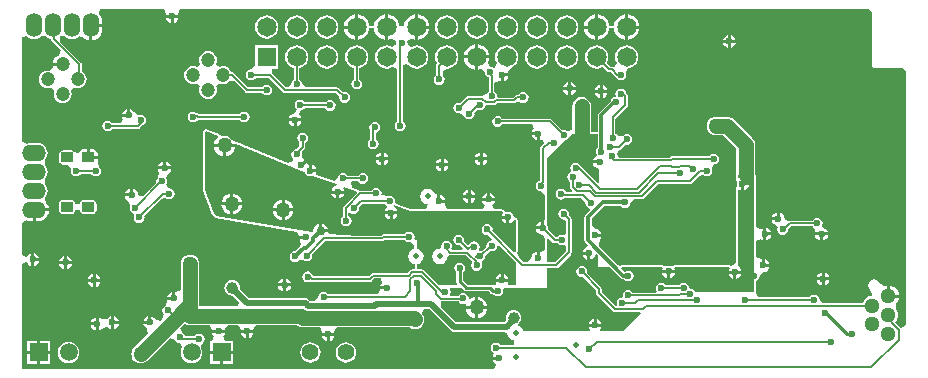
<source format=gbl>
G04*
G04 #@! TF.GenerationSoftware,Altium Limited,Altium Designer,19.1.5 (86)*
G04*
G04 Layer_Physical_Order=2*
G04 Layer_Color=1930808*
%FSLAX44Y44*%
%MOMM*%
G71*
G01*
G75*
%ADD12C,0.2540*%
%ADD15C,0.1524*%
%ADD133C,0.2032*%
%ADD135C,0.5080*%
%ADD136C,0.3048*%
%ADD144C,1.2000*%
%ADD145O,1.3000X1.3000*%
%ADD146C,0.4950*%
%ADD147C,1.4000*%
%ADD148R,1.5000X1.5000*%
%ADD149C,1.5000*%
G04:AMPARAMS|DCode=150|XSize=1.1mm|YSize=0.9mm|CornerRadius=0.225mm|HoleSize=0mm|Usage=FLASHONLY|Rotation=180.000|XOffset=0mm|YOffset=0mm|HoleType=Round|Shape=RoundedRectangle|*
%AMROUNDEDRECTD150*
21,1,1.1000,0.4500,0,0,180.0*
21,1,0.6500,0.9000,0,0,180.0*
1,1,0.4500,-0.3250,0.2250*
1,1,0.4500,0.3250,0.2250*
1,1,0.4500,0.3250,-0.2250*
1,1,0.4500,-0.3250,-0.2250*
%
%ADD150ROUNDEDRECTD150*%
%ADD151R,1.6500X1.6500*%
%ADD152C,1.6500*%
%ADD153O,1.4000X2.0000*%
%ADD154O,2.0000X1.4000*%
%ADD155C,0.6000*%
%ADD156C,0.7620*%
%ADD157C,1.2700*%
%ADD158C,1.0000*%
%ADD159C,1.2700*%
G36*
X722208Y304866D02*
Y259372D01*
X722692Y258206D01*
X723858Y257722D01*
X747902D01*
X750596Y255028D01*
X750541Y39373D01*
X747007Y37042D01*
X746731Y37074D01*
X746414Y37547D01*
X741686Y42276D01*
X741703Y42537D01*
X742989Y44213D01*
X743798Y46165D01*
X744073Y48260D01*
X743798Y50355D01*
X742989Y52307D01*
X742325Y53172D01*
X742308Y53202D01*
X742293Y57103D01*
X742427Y57813D01*
X743876Y59701D01*
X744787Y61900D01*
X744931Y62990D01*
X735980D01*
Y64260D01*
X734710D01*
Y73211D01*
X733620Y73067D01*
X732797Y72727D01*
X732220Y72810D01*
X729397Y74272D01*
X728771Y74925D01*
X728712Y75220D01*
X727602Y76882D01*
X725940Y77993D01*
X723980Y78382D01*
X722020Y77993D01*
X720358Y76882D01*
X719248Y75220D01*
X718858Y73260D01*
X719248Y71300D01*
X720358Y69638D01*
X721527Y68857D01*
X722361Y66036D01*
X722421Y65596D01*
X721655Y64310D01*
X719885Y64078D01*
X717933Y63269D01*
X716257Y61983D01*
X714971Y60307D01*
X714163Y58355D01*
X714117Y58005D01*
X680800D01*
X677713Y60960D01*
X677362Y62725D01*
X676362Y64222D01*
X674865Y65222D01*
X673100Y65573D01*
X671335Y65222D01*
X669838Y64222D01*
X669216Y63291D01*
X625592D01*
X623863Y67101D01*
X623950Y67310D01*
X623950Y67310D01*
X623950Y68787D01*
Y76996D01*
X624065Y77018D01*
X625562Y78018D01*
X626562Y79515D01*
X626913Y81280D01*
X626912Y81284D01*
X629731Y84479D01*
X629854Y84535D01*
X629920Y84522D01*
X632082Y84951D01*
X633914Y86176D01*
X635139Y88008D01*
X635316Y88900D01*
X629920D01*
Y90170D01*
X628650D01*
Y95566D01*
X627758Y95389D01*
X623950Y97426D01*
Y110847D01*
X625546Y111830D01*
X627760Y112469D01*
X629028Y111621D01*
X629920Y111444D01*
Y116840D01*
Y122236D01*
X629028Y122059D01*
X627760Y121211D01*
X625546Y121850D01*
X623950Y122833D01*
X623950Y166370D01*
X623466Y167536D01*
X623257Y167623D01*
Y192405D01*
X623257Y192405D01*
X623122Y193433D01*
X622986Y194461D01*
X622193Y196376D01*
X620931Y198021D01*
X620931Y198021D01*
X605005Y213947D01*
X603360Y215209D01*
X601444Y216003D01*
X600416Y216138D01*
X599389Y216273D01*
X599389Y216273D01*
X590065D01*
X588010Y216003D01*
X586095Y215209D01*
X584450Y213947D01*
X583188Y212302D01*
X582394Y210387D01*
X582124Y208331D01*
X582394Y206276D01*
X583188Y204360D01*
X584450Y202715D01*
X586095Y201453D01*
X588010Y200660D01*
X590065Y200389D01*
X596099D01*
X607373Y189115D01*
Y167623D01*
X607164Y167536D01*
X607164Y167536D01*
X606680Y166370D01*
Y164898D01*
X606680Y164897D01*
X606776Y164667D01*
X606752Y164421D01*
X606751Y164419D01*
X607009Y164105D01*
X607164Y163731D01*
X608189Y161225D01*
X607837Y159460D01*
X608189Y157695D01*
X607164Y155189D01*
X607009Y154815D01*
X606752Y154501D01*
X606776Y154253D01*
X606680Y154023D01*
X606680Y92847D01*
X606502Y91711D01*
X602458Y89815D01*
X601996Y90066D01*
X601622Y90222D01*
X601308Y90478D01*
X601060Y90454D01*
X600830Y90550D01*
X555374Y90550D01*
X555144Y90454D01*
X554895Y90478D01*
X554582Y90222D01*
X554208Y90066D01*
X551675Y89352D01*
X549910Y89703D01*
X549214Y89564D01*
X545612Y90066D01*
X544925Y90479D01*
X544676Y90454D01*
X544446Y90550D01*
X542002Y90550D01*
X510244D01*
X509941Y90424D01*
X509613D01*
X509381Y90192D01*
X509078Y90066D01*
X505759Y91726D01*
X490756Y106729D01*
X490634Y107210D01*
X491448Y111425D01*
X491674Y111576D01*
X492899Y113408D01*
X493076Y114300D01*
X487680D01*
Y116840D01*
X493076D01*
X492899Y117732D01*
X491674Y119564D01*
X489842Y120789D01*
X487680Y121219D01*
X484740Y124502D01*
Y129825D01*
X495317Y140402D01*
X509715D01*
X509818Y140248D01*
X511315Y139249D01*
X513080Y138897D01*
X514845Y139249D01*
X516342Y140248D01*
X517341Y141745D01*
X517693Y143510D01*
X520780Y146465D01*
X527236D01*
X528128Y146643D01*
X528884Y147148D01*
X540865Y159129D01*
X567860D01*
X568752Y159307D01*
X569508Y159812D01*
X575275Y165579D01*
X578927Y166972D01*
X580423Y165972D01*
X582188Y165621D01*
X583954Y165972D01*
X585450Y166972D01*
X586450Y168469D01*
X586801Y170234D01*
X586450Y171999D01*
X586331Y172177D01*
X587362Y174356D01*
X588346Y175794D01*
X589775Y176078D01*
X591272Y177078D01*
X592271Y178575D01*
X592623Y180340D01*
X592271Y182105D01*
X591272Y183602D01*
X589775Y184601D01*
X588010Y184953D01*
X586245Y184601D01*
X584748Y183602D01*
X584126Y182671D01*
X552945D01*
X552053Y182493D01*
X551297Y181988D01*
X550699Y181391D01*
X508193D01*
X505984Y184579D01*
X505999Y184793D01*
X508000Y188169D01*
X508892Y188347D01*
X509648Y188852D01*
X513252Y192456D01*
X514350Y192237D01*
X516115Y192589D01*
X517612Y193588D01*
X518611Y195085D01*
X518963Y196850D01*
X518611Y198615D01*
X517612Y200112D01*
X516115Y201112D01*
X514350Y201463D01*
X512585Y201112D01*
X511088Y200112D01*
X510757Y199616D01*
X507703Y199751D01*
X506847Y199895D01*
X506739Y199938D01*
X505838Y201286D01*
X504907Y201908D01*
Y214591D01*
X514728Y224412D01*
X515233Y225168D01*
X515411Y226060D01*
Y233680D01*
X515233Y234572D01*
X514728Y235328D01*
X513992Y236065D01*
X513866Y236148D01*
X513689Y237038D01*
X512689Y238535D01*
X511193Y239534D01*
X509428Y239886D01*
X507662Y239534D01*
X506166Y238535D01*
X505166Y237038D01*
X504815Y235273D01*
X505166Y233508D01*
X504172Y232957D01*
X503695Y232861D01*
X502198Y231862D01*
X501199Y230365D01*
X501079Y229766D01*
X500723Y229527D01*
X490777Y219582D01*
X490103Y218574D01*
X489867Y217385D01*
Y203400D01*
X484192D01*
Y224790D01*
X483921Y226845D01*
X483128Y228761D01*
X481866Y230406D01*
X480221Y231668D01*
X478306Y232461D01*
X476250Y232732D01*
X474194Y232461D01*
X472279Y231668D01*
X470634Y230406D01*
X469372Y228761D01*
X468579Y226845D01*
X468308Y224790D01*
Y204739D01*
X464861Y203693D01*
X464272Y203922D01*
X462775Y204921D01*
X461010Y205273D01*
X459912Y205054D01*
X451228Y213738D01*
X450472Y214243D01*
X449580Y214421D01*
X409014D01*
X408392Y215352D01*
X406895Y216352D01*
X405130Y216703D01*
X403365Y216352D01*
X401868Y215352D01*
X400868Y213855D01*
X400517Y212090D01*
X400868Y210325D01*
X401868Y208828D01*
X403365Y207829D01*
X405130Y207477D01*
X406895Y207829D01*
X408392Y208828D01*
X409014Y209759D01*
X434577D01*
X435733Y205949D01*
X435426Y205744D01*
X434201Y203912D01*
X434024Y203020D01*
X439420D01*
Y201750D01*
X440690D01*
Y196354D01*
X441582Y196531D01*
X442382Y197066D01*
X444810Y194107D01*
X441582Y190878D01*
X441077Y190122D01*
X440899Y189230D01*
Y161882D01*
X440195Y161742D01*
X438698Y160742D01*
X437699Y159245D01*
X437347Y157480D01*
X437699Y155715D01*
X438698Y154218D01*
X440195Y153218D01*
X441960Y152867D01*
X445271Y150194D01*
X445390Y149961D01*
Y129341D01*
X444500Y128611D01*
Y121920D01*
X443230D01*
Y120650D01*
X437834D01*
X438011Y119758D01*
X439236Y117926D01*
X441068Y116701D01*
X443021Y116313D01*
X443377Y115901D01*
X445390Y112788D01*
X445390Y112769D01*
Y103643D01*
X441582Y101606D01*
X440690Y101783D01*
Y96387D01*
X438150D01*
Y101783D01*
X437258Y101606D01*
X435426Y100381D01*
X434201Y98549D01*
X433772Y96387D01*
X430495Y93437D01*
X427116D01*
X423196Y97357D01*
X421536Y100675D01*
X421662Y100979D01*
X421894Y101211D01*
Y101539D01*
X422020Y101842D01*
X422020Y128937D01*
X422020Y128937D01*
X421807Y129451D01*
X421645Y129984D01*
X421645D01*
X421569Y130024D01*
X421536Y130104D01*
X421536Y130104D01*
X421022Y130316D01*
X420532Y130579D01*
X419133Y130951D01*
X418124Y132891D01*
X417124Y134388D01*
X415627Y135387D01*
X414684Y135575D01*
X413862Y135738D01*
X413862Y135738D01*
X411996Y135481D01*
X410210Y137132D01*
X409891Y137268D01*
X409641Y137509D01*
X409641Y137509D01*
X409332Y137504D01*
X409048Y137624D01*
X409048Y137624D01*
X408712Y137627D01*
X401811Y137678D01*
X400668Y141497D01*
X401504Y142056D01*
X402729Y143888D01*
X402906Y144780D01*
X392114D01*
X392291Y143888D01*
X393516Y142056D01*
X394281Y141545D01*
X393112Y137744D01*
X362113Y137975D01*
X360303Y141799D01*
X360563Y142187D01*
X360740Y143079D01*
X355344D01*
Y144349D01*
X354074D01*
Y150462D01*
X352283Y151118D01*
X350851Y153261D01*
X348708Y154693D01*
X346180Y155196D01*
X343652Y154693D01*
X341509Y153261D01*
X340077Y151118D01*
X339574Y148590D01*
X340077Y146062D01*
X341509Y143919D01*
X343652Y142487D01*
X346180Y141984D01*
X346239Y141904D01*
X344307Y138109D01*
X331096Y138207D01*
X321292Y141763D01*
X318400Y142847D01*
X318303Y144780D01*
X318303Y144780D01*
X317952Y146545D01*
X316952Y148042D01*
X315455Y149042D01*
X313690Y149393D01*
X311925Y149042D01*
X307752Y149874D01*
X307299Y150184D01*
X306831Y150921D01*
X306873Y151130D01*
X306521Y152895D01*
X305522Y154392D01*
X304025Y155392D01*
X302260Y155743D01*
X300495Y155392D01*
X298998Y154392D01*
X298376Y153461D01*
X288435D01*
X286982Y153694D01*
X286640Y154007D01*
X286373Y154387D01*
X286189Y154419D01*
X286050Y154546D01*
X281968Y156026D01*
X280974Y160440D01*
X282021Y161499D01*
X286946D01*
X287568Y160568D01*
X289065Y159569D01*
X290830Y159217D01*
X292595Y159569D01*
X294092Y160568D01*
X295091Y162065D01*
X295443Y163830D01*
X295091Y165595D01*
X294092Y167092D01*
X292595Y168092D01*
X290830Y168443D01*
X289065Y168092D01*
X287568Y167092D01*
X286946Y166161D01*
X278204D01*
X277582Y167092D01*
X276085Y168092D01*
X274320Y168443D01*
X272555Y168092D01*
X271058Y167092D01*
X270058Y165595D01*
X269837Y164479D01*
X268347Y163006D01*
X266240Y161731D01*
X251962Y166909D01*
X251599Y168018D01*
X251776Y168910D01*
X246380D01*
Y170180D01*
X245110D01*
Y175576D01*
X244375Y175430D01*
X243979Y177422D01*
X242754Y179254D01*
X242027Y179740D01*
X239212Y182385D01*
X239563Y184150D01*
X239212Y185915D01*
X239023Y186197D01*
X241678Y188852D01*
X242183Y189608D01*
X242361Y190500D01*
Y194236D01*
X243292Y194858D01*
X244291Y196355D01*
X244643Y198120D01*
X244291Y199885D01*
X243292Y201382D01*
X241795Y202381D01*
X240030Y202733D01*
X238265Y202381D01*
X236768Y201382D01*
X235769Y199885D01*
X235417Y198120D01*
X235769Y196355D01*
X236768Y194858D01*
X236963Y191669D01*
X234950Y188763D01*
X233185Y188412D01*
X231688Y187412D01*
X230688Y185915D01*
X230337Y184150D01*
X230688Y182385D01*
X231688Y180888D01*
X231756Y180843D01*
X231537Y178866D01*
X227597Y176790D01*
X184494Y194905D01*
X184269Y194907D01*
X184075Y195020D01*
X183660Y194910D01*
X183232Y194912D01*
X180093Y196751D01*
X179606Y197386D01*
X177961Y198648D01*
X176045Y199441D01*
X173990Y199712D01*
X173779Y199684D01*
X172428Y199848D01*
X169767Y200571D01*
X169463Y200879D01*
X169463Y200879D01*
X169247Y201254D01*
X169034Y201311D01*
X168879Y201468D01*
X159834Y205270D01*
X159177Y205546D01*
X159177Y205546D01*
X159006Y205547D01*
X158864Y205643D01*
X158863Y205642D01*
X158393Y205550D01*
X157914Y205553D01*
X157782Y205430D01*
X157625Y205399D01*
X157625Y205399D01*
X156567Y204697D01*
X156567Y204697D01*
X156477Y204563D01*
X156313Y204489D01*
X156130Y204046D01*
X155863Y203649D01*
X155863Y203649D01*
X155896Y203481D01*
X155830Y203323D01*
X155830Y203323D01*
X155830Y202610D01*
Y153670D01*
X155942Y153401D01*
X155928Y153110D01*
X162348Y135330D01*
X162480Y135185D01*
X162516Y134993D01*
X164986Y131183D01*
X165018Y131160D01*
X165027Y131122D01*
X165533Y130806D01*
X166026Y130467D01*
X166064Y130474D01*
X166098Y130453D01*
X235089Y118900D01*
X235697Y118252D01*
X237227Y115156D01*
X242984D01*
Y112616D01*
X237588D01*
X237765Y111725D01*
X238180Y111104D01*
X238244Y110974D01*
X238552Y108653D01*
X237680Y106185D01*
X233862Y102367D01*
X233680Y102403D01*
X231915Y102051D01*
X230418Y101052D01*
X229419Y99555D01*
X229067Y97790D01*
X229419Y96025D01*
X230418Y94528D01*
X231915Y93528D01*
X233680Y93177D01*
X235445Y93528D01*
X236942Y94528D01*
X240030Y95154D01*
X241252Y94644D01*
X241879Y94225D01*
X243644Y93874D01*
X245409Y94225D01*
X246905Y95225D01*
X247905Y96721D01*
X248256Y98487D01*
X248038Y99585D01*
X259153Y110699D01*
X307631D01*
X308523Y110877D01*
X309279Y111382D01*
X309867Y111969D01*
X326316D01*
X326938Y111038D01*
X328435Y110038D01*
X330200Y109687D01*
X331090Y109865D01*
X333881Y108328D01*
X334444Y107825D01*
X334017Y103997D01*
X333492Y103893D01*
X331349Y102461D01*
X329917Y100318D01*
X329414Y97790D01*
X329917Y95262D01*
X331349Y93119D01*
X333492Y91687D01*
X334830Y91421D01*
X334900Y91290D01*
Y86865D01*
X333004D01*
X332112Y86687D01*
X331356Y86182D01*
X329039Y83865D01*
X299830D01*
X298938Y83687D01*
X298181Y83182D01*
X295864Y80865D01*
X249025D01*
X248745Y81145D01*
X248483Y82461D01*
X247483Y83957D01*
X245987Y84957D01*
X244222Y85308D01*
X242456Y84957D01*
X240960Y83957D01*
X239960Y82461D01*
X239609Y80696D01*
X239960Y78931D01*
X240960Y77434D01*
X242456Y76434D01*
X244222Y76083D01*
X245987Y76434D01*
X246537Y76802D01*
X247168Y76381D01*
X248060Y76203D01*
X296829D01*
X297722Y76381D01*
X298478Y76886D01*
X300795Y79203D01*
X306418D01*
X307574Y75393D01*
X307156Y75114D01*
X305931Y73282D01*
X305754Y72390D01*
X311150D01*
Y69850D01*
X305754D01*
X305796Y69641D01*
X304469Y67123D01*
X303439Y65831D01*
X261527D01*
X261072Y66512D01*
X259575Y67511D01*
X257810Y67863D01*
X256045Y67511D01*
X254548Y66512D01*
X253549Y65015D01*
X253197Y63250D01*
X250087Y60329D01*
X246378D01*
X245659Y61048D01*
X244315Y61946D01*
X242729Y62262D01*
X195058D01*
X186836Y70483D01*
X186920Y71120D01*
X186696Y72823D01*
X186039Y74410D01*
X184993Y75773D01*
X183630Y76819D01*
X182043Y77476D01*
X180340Y77700D01*
X178637Y77476D01*
X177050Y76819D01*
X175687Y75773D01*
X174641Y74410D01*
X173984Y72823D01*
X173760Y71120D01*
X173984Y69417D01*
X174641Y67830D01*
X175687Y66467D01*
X177050Y65421D01*
X178637Y64764D01*
X180340Y64540D01*
X180977Y64623D01*
X186434Y59166D01*
X184976Y55646D01*
X171202D01*
X170602Y55567D01*
X152722D01*
Y91440D01*
X152451Y93496D01*
X151658Y95411D01*
X150396Y97056D01*
X148751Y98318D01*
X146835Y99111D01*
X144780Y99382D01*
X142725Y99111D01*
X140809Y98318D01*
X139164Y97056D01*
X137902Y95411D01*
X137109Y93496D01*
X136838Y91440D01*
Y69447D01*
X133028Y67411D01*
X132972Y67449D01*
X132080Y67626D01*
Y62230D01*
X130810D01*
Y60960D01*
X125414D01*
X125544Y60309D01*
X125495Y59847D01*
X123965Y56332D01*
X122468Y55332D01*
X121468Y53835D01*
X121117Y52070D01*
X121468Y50305D01*
X122468Y48808D01*
X121363Y44965D01*
X119830Y43432D01*
X116830Y43910D01*
X115524Y44513D01*
X114594Y45904D01*
X112762Y47129D01*
X111870Y47306D01*
Y41910D01*
X110600D01*
Y40640D01*
X105204D01*
X105381Y39748D01*
X106606Y37916D01*
X107997Y36986D01*
X108600Y35680D01*
X109078Y32680D01*
X97254Y20856D01*
X95992Y19211D01*
X95199Y17296D01*
X94928Y15240D01*
X95199Y13184D01*
X95992Y11269D01*
X97254Y9624D01*
X98899Y8362D01*
X100815Y7569D01*
X102870Y7298D01*
X104925Y7569D01*
X106841Y8362D01*
X108486Y9624D01*
X127593Y28732D01*
X131629Y27445D01*
X132628Y25948D01*
X134125Y24948D01*
X135890Y24597D01*
X136113Y24642D01*
X138263Y21185D01*
X138168Y21061D01*
X137258Y18866D01*
X136948Y16510D01*
X137258Y14154D01*
X138168Y11959D01*
X139614Y10074D01*
X141499Y8628D01*
X143694Y7718D01*
X146050Y7408D01*
X148406Y7718D01*
X150601Y8628D01*
X152486Y10074D01*
X153932Y11959D01*
X154842Y14154D01*
X155152Y16510D01*
X154842Y18866D01*
X154435Y19848D01*
X154296Y21821D01*
X155662Y24678D01*
X156662Y26175D01*
X157013Y27940D01*
X156662Y29705D01*
X155662Y31202D01*
X154165Y32201D01*
X152400Y32553D01*
X150635Y32201D01*
X149138Y31202D01*
X148516Y30271D01*
X140292D01*
X140152Y30975D01*
X139152Y32472D01*
X137655Y33472D01*
X136368Y37507D01*
X140130Y41268D01*
X140809Y40747D01*
X142725Y39954D01*
X144780Y39683D01*
X161268D01*
X162791Y37653D01*
X163576Y35873D01*
X163514Y35560D01*
X174306D01*
X174228Y35952D01*
X174644Y37172D01*
X176499Y39762D01*
X185451D01*
X187306Y37172D01*
X187722Y35952D01*
X187644Y35560D01*
X198436D01*
X198358Y35952D01*
X198774Y37172D01*
X200629Y39762D01*
X235245D01*
X236376Y38894D01*
X238292Y38101D01*
X240347Y37830D01*
X240348Y37830D01*
X254437D01*
X256474Y34020D01*
X256401Y33912D01*
X256224Y33020D01*
X267016D01*
X266839Y33912D01*
X266766Y34020D01*
X268803Y37830D01*
X330973D01*
X331309Y37572D01*
X333224Y36779D01*
X334252Y36643D01*
X335280Y36508D01*
X336308Y36643D01*
X337336Y36779D01*
X339251Y37572D01*
X340896Y38834D01*
X342158Y40479D01*
X342951Y42394D01*
X343087Y43422D01*
X343222Y44450D01*
X343087Y45478D01*
X342951Y46505D01*
X342158Y48421D01*
X341368Y49450D01*
X341953Y51606D01*
X343089Y53260D01*
X347280D01*
X365370Y35170D01*
X366714Y34272D01*
X368300Y33956D01*
X410066D01*
X413036Y33204D01*
X414267Y30492D01*
X415699Y28349D01*
X417842Y26917D01*
X419100Y26667D01*
X418724Y22857D01*
X407606D01*
X407122Y23582D01*
X405625Y24581D01*
X403860Y24933D01*
X402095Y24581D01*
X400598Y23582D01*
X399599Y22085D01*
X399247Y20320D01*
X399599Y18555D01*
X400598Y17058D01*
X401997Y15794D01*
X401181Y13592D01*
X401004Y12700D01*
X406400D01*
Y10160D01*
X401004D01*
X401181Y9268D01*
X402406Y7436D01*
X404031Y6350D01*
X404077Y6069D01*
X402364Y2540D01*
X2540D01*
X2540Y91214D01*
X6068Y92927D01*
X6350Y92881D01*
X7436Y91256D01*
X9268Y90031D01*
X10160Y89854D01*
Y95250D01*
Y100646D01*
X9268Y100469D01*
X7436Y99244D01*
X6350Y97619D01*
X6068Y97573D01*
X2540Y99286D01*
Y125957D01*
X3037Y126592D01*
X6350Y128352D01*
X7210Y127996D01*
X9700Y127668D01*
X11430D01*
Y137290D01*
X12700D01*
Y138560D01*
X25155D01*
X24994Y139780D01*
X24033Y142101D01*
X23050Y143383D01*
X21779Y147211D01*
X23146Y148991D01*
X24005Y151065D01*
X24298Y153290D01*
X24005Y155515D01*
X23146Y157589D01*
X22093Y158961D01*
X21779Y159392D01*
Y163188D01*
X22093Y163619D01*
X23146Y164991D01*
X24005Y167065D01*
X24298Y169290D01*
X24005Y171515D01*
X23146Y173589D01*
X22093Y174961D01*
X21779Y175392D01*
Y179188D01*
X22093Y179619D01*
X23146Y180991D01*
X24005Y183065D01*
X24298Y185290D01*
X24005Y187515D01*
X23146Y189589D01*
X21779Y191369D01*
X19999Y192736D01*
X17925Y193595D01*
X15700Y193888D01*
X9700D01*
X7475Y193595D01*
X6350Y193129D01*
X3609Y194369D01*
X2540Y195343D01*
X2540Y283519D01*
X6350Y284813D01*
X6751Y284291D01*
X8531Y282924D01*
X10605Y282065D01*
X12830Y281772D01*
X15055Y282065D01*
X17129Y282924D01*
X18501Y283977D01*
X18932Y284291D01*
X22727D01*
X23159Y283977D01*
X24531Y282924D01*
X26605Y282065D01*
X26843Y282034D01*
Y281977D01*
X27020Y281085D01*
X27525Y280329D01*
X35255Y272599D01*
X34890Y270411D01*
X34031Y268434D01*
X32523Y267810D01*
X30739Y266441D01*
X29370Y264657D01*
X28510Y262579D01*
X28384Y261620D01*
X36830D01*
Y259080D01*
X28384D01*
X28510Y258121D01*
X28518Y258100D01*
X26905Y256024D01*
X25663Y255037D01*
X24130Y255239D01*
X22166Y254980D01*
X20336Y254222D01*
X18764Y253016D01*
X17558Y251444D01*
X16800Y249614D01*
X16541Y247650D01*
X16800Y245686D01*
X17558Y243855D01*
X18764Y242284D01*
X20336Y241078D01*
X22166Y240320D01*
X24130Y240061D01*
X26094Y240320D01*
X27153Y240758D01*
X28119Y240132D01*
X29312Y238939D01*
X29938Y237973D01*
X29500Y236914D01*
X29241Y234950D01*
X29500Y232986D01*
X30258Y231155D01*
X31464Y229584D01*
X33036Y228378D01*
X34866Y227620D01*
X36830Y227361D01*
X38794Y227620D01*
X40624Y228378D01*
X42196Y229584D01*
X43402Y231155D01*
X44160Y232986D01*
X44419Y234950D01*
X44160Y236914D01*
X43722Y237973D01*
X44348Y238939D01*
X45542Y240132D01*
X46507Y240758D01*
X47566Y240320D01*
X49530Y240061D01*
X51494Y240320D01*
X53324Y241078D01*
X54896Y242284D01*
X56102Y243855D01*
X56860Y245686D01*
X57119Y247650D01*
X56860Y249614D01*
X56102Y251444D01*
X54896Y253016D01*
X53324Y254222D01*
X53131Y254302D01*
Y260350D01*
X52953Y261242D01*
X52448Y261998D01*
X34736Y279711D01*
X34909Y284273D01*
X34932Y284291D01*
X38728D01*
X39159Y283977D01*
X40531Y282924D01*
X42605Y282065D01*
X44830Y281772D01*
X47055Y282065D01*
X49129Y282924D01*
X50909Y284291D01*
X54737Y283020D01*
X56019Y282037D01*
X58340Y281075D01*
X59560Y280915D01*
Y293370D01*
X60830D01*
Y294640D01*
X70452D01*
Y296370D01*
X70124Y298860D01*
X69163Y301181D01*
X67634Y303174D01*
X67429Y303331D01*
X68721Y307142D01*
X122492Y307177D01*
X124466Y303368D01*
X124321Y303152D01*
X124144Y302260D01*
X134936D01*
X134759Y303152D01*
X134610Y303375D01*
X136575Y307186D01*
X719513Y307559D01*
X722208Y304866D01*
D02*
G37*
G36*
X489867Y189947D02*
X489713Y189844D01*
X488713Y188347D01*
X488362Y186582D01*
X488713Y184817D01*
X489077Y184272D01*
X489111Y184104D01*
X488683Y182598D01*
X487496Y181804D01*
X486271Y179972D01*
X486094Y179080D01*
X491490D01*
Y176540D01*
X486094D01*
X486271Y175648D01*
X487496Y173816D01*
X489328Y172591D01*
X491171Y172225D01*
X491043Y160339D01*
X489867Y159859D01*
X475479Y174247D01*
X475432Y174485D01*
X474432Y175982D01*
X472935Y176982D01*
X471170Y177333D01*
X469405Y176982D01*
X467908Y175982D01*
X466908Y174485D01*
X466557Y172720D01*
X466908Y170955D01*
X467289Y170385D01*
X466865Y169361D01*
X465368Y168362D01*
X464369Y166865D01*
X464017Y165100D01*
X464369Y163335D01*
X465368Y161838D01*
X466299Y161216D01*
Y156355D01*
X466477Y155463D01*
X466982Y154706D01*
X468403Y153285D01*
X467917Y152112D01*
X463304D01*
X463251Y152375D01*
X462252Y153872D01*
X460755Y154872D01*
X458990Y155223D01*
X457225Y154872D01*
X455728Y153872D01*
X454729Y152375D01*
X454377Y150610D01*
X454729Y148845D01*
X455728Y147348D01*
X457225Y146348D01*
X458990Y145997D01*
X460755Y146348D01*
X462252Y147348D01*
X462320Y147450D01*
X476088D01*
X479476Y144062D01*
X479257Y142964D01*
X479608Y141199D01*
X480608Y139702D01*
X482105Y138702D01*
X482878Y138549D01*
X483296Y137171D01*
X479435Y133309D01*
X478761Y132301D01*
X478524Y131112D01*
Y111458D01*
X478761Y110269D01*
X479435Y109261D01*
X481433Y107262D01*
X481015Y105884D01*
X480254Y105733D01*
X478422Y104508D01*
X477197Y102676D01*
X477020Y101784D01*
X482416D01*
Y100514D01*
X483686D01*
Y95118D01*
X484577Y95296D01*
X486410Y96520D01*
X487634Y98352D01*
X487786Y99113D01*
X489164Y99531D01*
X490376Y98319D01*
X490275Y88900D01*
X499795D01*
X509211Y79484D01*
X510219Y78810D01*
X511409Y78573D01*
X511987D01*
X512358Y78018D01*
X513855Y77018D01*
X515620Y76667D01*
X517385Y77018D01*
X518882Y78018D01*
X519882Y79515D01*
X520233Y81280D01*
X519882Y83045D01*
X518882Y84542D01*
X517385Y85541D01*
X515620Y85893D01*
X513855Y85541D01*
X512729Y84789D01*
X512696D01*
X509758Y87727D01*
X510244Y88900D01*
X544446D01*
X545045Y87780D01*
X544691Y87252D01*
X544514Y86360D01*
X555306D01*
X555129Y87252D01*
X554776Y87780D01*
X555374Y88900D01*
X600830Y88900D01*
X601508Y87630D01*
X600881Y86692D01*
X600704Y85800D01*
X611496D01*
X611319Y86692D01*
X610094Y88524D01*
X608330Y89703D01*
X608330Y154023D01*
X609600Y154701D01*
X610288Y154241D01*
X611180Y154064D01*
Y159460D01*
Y164856D01*
X610288Y164679D01*
X609600Y164219D01*
X608330Y164897D01*
Y166370D01*
X622300Y166370D01*
X622300Y81280D01*
Y67310D01*
X572369Y67310D01*
X572298Y67671D01*
X571298Y69167D01*
X569801Y70167D01*
X568036Y70518D01*
X567121Y71631D01*
X566871Y72885D01*
X565872Y74382D01*
X564375Y75381D01*
X562610Y75733D01*
X560845Y75381D01*
X559348Y74382D01*
X558726Y73451D01*
X547680D01*
X547058Y74382D01*
X545562Y75381D01*
X543797Y75733D01*
X542032Y75381D01*
X540535Y74382D01*
X539535Y72885D01*
X539184Y71120D01*
X539535Y69355D01*
X540193Y68371D01*
X539557Y67101D01*
X519504D01*
X518882Y68032D01*
X517385Y69032D01*
X515620Y69383D01*
X513855Y69032D01*
X512358Y68032D01*
X511358Y66535D01*
X511007Y64770D01*
X511118Y64212D01*
X510540Y63033D01*
X508775Y62681D01*
X507278Y61682D01*
X506278Y60185D01*
X505927Y58420D01*
X506263Y56735D01*
X506263Y56734D01*
X506207Y56656D01*
X504990Y56210D01*
X493269Y67931D01*
Y70402D01*
X493092Y71294D01*
X492587Y72050D01*
X480644Y83992D01*
X480863Y85090D01*
X480512Y86855D01*
X479512Y88352D01*
X478015Y89352D01*
X476250Y89703D01*
X474485Y89352D01*
X472988Y88352D01*
X471988Y86855D01*
X471637Y85090D01*
X471988Y83325D01*
X472988Y81828D01*
X474485Y80829D01*
X476250Y80477D01*
X477348Y80696D01*
X488608Y69436D01*
Y66966D01*
X488785Y66074D01*
X489290Y65318D01*
X503122Y51486D01*
X503878Y50981D01*
X504770Y50803D01*
X526101D01*
X526587Y49630D01*
X511247Y34290D01*
X492161D01*
X491797Y35560D01*
X492899Y37208D01*
X493076Y38100D01*
X482284D01*
X482461Y37208D01*
X483563Y35560D01*
X483199Y34290D01*
X426723D01*
X426473Y35548D01*
X425041Y37691D01*
X422898Y39123D01*
X422405Y39221D01*
X422224Y39630D01*
X422151Y40567D01*
X423258Y41416D01*
X424304Y42779D01*
X424961Y44366D01*
X425185Y46069D01*
X424961Y47772D01*
X424304Y49359D01*
X423258Y50722D01*
X421895Y51768D01*
X420308Y52425D01*
X418605Y52649D01*
X416902Y52425D01*
X415315Y51768D01*
X413952Y50722D01*
X412906Y49359D01*
X412249Y47772D01*
X412025Y46069D01*
X412249Y44366D01*
X412498Y43763D01*
X410979Y42244D01*
X370016D01*
X356870Y55390D01*
Y59406D01*
X357220Y59693D01*
X372174D01*
X372658Y58968D01*
X374155Y57969D01*
X375920Y57617D01*
X377685Y57969D01*
X377767Y58023D01*
X378792Y57181D01*
X378689Y56931D01*
X378550Y55880D01*
X386080D01*
Y63410D01*
X385029Y63271D01*
X382867Y62375D01*
X381674Y61461D01*
X380522Y62177D01*
X380533Y62230D01*
X380182Y63995D01*
X379182Y65492D01*
X377685Y66491D01*
X375920Y66843D01*
X374155Y66491D01*
X372658Y65492D01*
X371899Y64355D01*
X365493D01*
X364961Y65351D01*
X364957Y65625D01*
X365293Y67310D01*
X364941Y69075D01*
X364424Y69850D01*
X365103Y71120D01*
X374631D01*
X376646Y69106D01*
X376646Y69106D01*
X377570Y68488D01*
X378660Y68271D01*
X378660Y68271D01*
X397602D01*
X398998Y66875D01*
X399922Y66258D01*
X401012Y66041D01*
X401012Y66041D01*
X401386D01*
X401868Y65318D01*
X403365Y64318D01*
X405130Y63967D01*
X406895Y64318D01*
X408392Y65318D01*
X409392Y66815D01*
X409743Y68580D01*
X409490Y69850D01*
X410285Y71120D01*
X447040D01*
Y88257D01*
X454877D01*
X455868Y88454D01*
X456708Y89016D01*
X467111Y99419D01*
X467673Y100259D01*
X467870Y101250D01*
Y129211D01*
X467673Y130202D01*
X467111Y131043D01*
X465463Y132691D01*
X465623Y133495D01*
X465271Y135260D01*
X464272Y136756D01*
X462775Y137756D01*
X461010Y138107D01*
X459245Y137756D01*
X457748Y136756D01*
X456749Y135260D01*
X456397Y133495D01*
X456749Y131729D01*
X457748Y130233D01*
X459245Y129233D01*
X461010Y128882D01*
X461791Y129037D01*
X462690Y128139D01*
Y116577D01*
X461699Y116047D01*
X461420Y116038D01*
X459740Y116373D01*
X457975Y116021D01*
X456478Y115022D01*
X456030Y114350D01*
X454463D01*
X447685Y121128D01*
X447843Y121920D01*
X447491Y123685D01*
X447040Y124361D01*
Y180760D01*
X462654Y196374D01*
X462775Y196399D01*
X464272Y197398D01*
X465271Y198895D01*
X465295Y199016D01*
X468030Y201750D01*
X489867D01*
Y189947D01*
D02*
G37*
G36*
X168240Y199948D02*
X168403Y198688D01*
X167650Y198110D01*
X166225Y196253D01*
X165329Y194091D01*
X165191Y193040D01*
X183403D01*
X183855Y193385D01*
X236784Y171139D01*
X236995Y170998D01*
X237231Y170952D01*
X242014Y168941D01*
X242118Y168415D01*
X243118Y166918D01*
X244615Y165919D01*
X246380Y165567D01*
X248145Y165919D01*
X248747Y166321D01*
X268805Y159046D01*
X268705Y157731D01*
X267627Y157517D01*
X265794Y156292D01*
X264570Y154460D01*
X264393Y153568D01*
X275184D01*
X275007Y154460D01*
X274138Y155761D01*
X274962Y156812D01*
X285488Y152995D01*
X285763Y151755D01*
X274781Y140773D01*
X274276Y140017D01*
X274099Y139125D01*
Y131413D01*
X273798Y131212D01*
X272798Y129716D01*
X272447Y127951D01*
X272798Y126186D01*
X273798Y124689D01*
X275294Y123689D01*
X277059Y123338D01*
X278824Y123689D01*
X280321Y124689D01*
X281321Y126186D01*
X281672Y127951D01*
X281321Y129716D01*
X280321Y131212D01*
X278824Y132212D01*
X278760Y132225D01*
Y134660D01*
X279598Y135019D01*
X280030Y135114D01*
X281445Y134169D01*
X283210Y133817D01*
X284975Y134169D01*
X286472Y135168D01*
X287472Y136665D01*
X287823Y138430D01*
X287604Y139528D01*
X290525Y142449D01*
X309806D01*
X310428Y141518D01*
X311727Y140650D01*
X311904Y139786D01*
X311889Y139231D01*
X310966Y138614D01*
X309741Y136782D01*
X309564Y135890D01*
X320356D01*
X320179Y136782D01*
X318954Y138614D01*
X317690Y139459D01*
X317496Y140921D01*
X317518Y140985D01*
X317839Y141261D01*
X330800Y136560D01*
X409035Y135975D01*
X409588Y134701D01*
X408643Y133287D01*
X408466Y132396D01*
X413862D01*
Y131126D01*
X415132D01*
Y125730D01*
X416024Y125907D01*
X417856Y127132D01*
X419081Y128964D01*
X419100Y129062D01*
X420370Y128937D01*
Y101842D01*
X419197Y101356D01*
X400695Y119858D01*
X400853Y120650D01*
X400502Y122415D01*
X399502Y123912D01*
X398005Y124911D01*
X396240Y125263D01*
X394475Y124911D01*
X392978Y123912D01*
X391978Y122415D01*
X391627Y120650D01*
X391978Y118885D01*
X392978Y117388D01*
X394475Y116389D01*
X396240Y116037D01*
X397033Y116195D01*
X400628Y112599D01*
X400301Y111768D01*
X400053Y111378D01*
X398391Y111047D01*
X396894Y110047D01*
X395894Y108551D01*
X395543Y106786D01*
X395656Y106217D01*
X391518Y102079D01*
X389890Y102403D01*
X389889Y102402D01*
X389126Y103546D01*
X389523Y104140D01*
X389874Y105905D01*
X389523Y107670D01*
X388523Y109167D01*
X387027Y110167D01*
X385261Y110518D01*
X383496Y110167D01*
X382000Y109167D01*
X381351Y108196D01*
X380662Y108059D01*
X379906Y107553D01*
X378868Y108298D01*
X376504Y110662D01*
X376723Y111760D01*
X376371Y113525D01*
X375372Y115022D01*
X373875Y116021D01*
X372110Y116373D01*
X370345Y116021D01*
X368848Y115022D01*
X367849Y113525D01*
X367497Y111760D01*
X367849Y109995D01*
X368848Y108498D01*
X370345Y107499D01*
X372110Y107147D01*
X373208Y107366D01*
X375881Y104693D01*
X375355Y103423D01*
X366742D01*
X366063Y104693D01*
X366212Y104915D01*
X366563Y106680D01*
X366212Y108445D01*
X365212Y109942D01*
X363715Y110941D01*
X361950Y111293D01*
X360185Y110941D01*
X358688Y109942D01*
X357688Y108445D01*
X357337Y106680D01*
X357583Y105443D01*
X356668Y104331D01*
X356340Y104396D01*
X353812Y103893D01*
X351669Y102461D01*
X350237Y100318D01*
X349734Y97790D01*
X350237Y95262D01*
X351669Y93119D01*
X353812Y91687D01*
X356340Y91184D01*
X358868Y91687D01*
X361011Y93119D01*
X362443Y95262D01*
X362946Y97790D01*
X362855Y98247D01*
X363998Y99011D01*
X364106Y98939D01*
X364998Y98761D01*
X378003D01*
X383786Y92978D01*
X383088Y91935D01*
X382737Y90170D01*
X383088Y88405D01*
X384088Y86908D01*
X385585Y85908D01*
X387350Y85557D01*
X389115Y85908D01*
X390612Y86908D01*
X391612Y88405D01*
X391963Y90170D01*
X391612Y91935D01*
X391231Y92505D01*
X391655Y93528D01*
X393152Y94528D01*
X394151Y96025D01*
X394503Y97790D01*
X394390Y98358D01*
X398528Y102497D01*
X400156Y102173D01*
X401921Y102524D01*
X403417Y103524D01*
X404417Y105021D01*
X404748Y106684D01*
X405138Y106931D01*
X405969Y107258D01*
X420370Y92858D01*
Y73660D01*
X414404D01*
X413806Y74780D01*
X414159Y75308D01*
X414336Y76200D01*
X403544D01*
X403721Y75308D01*
X404075Y74780D01*
X403476Y73660D01*
X400009D01*
X399872Y73752D01*
X398782Y73969D01*
X398782Y73969D01*
X379840D01*
X375797Y78012D01*
Y84524D01*
X376210Y84800D01*
X377210Y86296D01*
X377561Y88062D01*
X377210Y89827D01*
X376210Y91323D01*
X374714Y92323D01*
X372948Y92674D01*
X371183Y92323D01*
X369687Y91323D01*
X368687Y89827D01*
X368336Y88062D01*
X368687Y86296D01*
X369687Y84800D01*
X370100Y84524D01*
Y76832D01*
X370100Y76832D01*
X370317Y75741D01*
X370859Y74930D01*
X370691Y74230D01*
X370455Y73660D01*
X355355D01*
X342833Y86182D01*
X342077Y86687D01*
X341185Y86865D01*
X336550D01*
Y91290D01*
X338548Y91687D01*
X340691Y93119D01*
X342123Y95262D01*
X342626Y97790D01*
X342123Y100318D01*
X340691Y102461D01*
X338548Y103893D01*
X336550Y104291D01*
Y111760D01*
X335410Y111843D01*
X334589Y113175D01*
X334813Y114300D01*
X334462Y116065D01*
X333462Y117562D01*
X331965Y118561D01*
X330200Y118913D01*
X328435Y118561D01*
X326938Y117562D01*
X326316Y116631D01*
X308901D01*
X308009Y116453D01*
X307253Y115948D01*
X306666Y115361D01*
X286859D01*
X262270Y117143D01*
X261533Y118110D01*
X255270D01*
Y119380D01*
X254000D01*
Y125602D01*
X252792Y125362D01*
X250692Y123958D01*
X249288Y121858D01*
X248796Y119380D01*
X248804Y119336D01*
X247920Y118424D01*
X166370Y132080D01*
X163900Y135890D01*
X157480Y153670D01*
Y203323D01*
X158538Y204025D01*
X168240Y199948D01*
D02*
G37*
G36*
X451559Y109929D02*
X452399Y109367D01*
X453390Y109170D01*
X456030D01*
X456478Y108498D01*
X457975Y107499D01*
X459740Y107147D01*
X461420Y107482D01*
X461699Y107473D01*
X462690Y106943D01*
Y102323D01*
X453804Y93437D01*
X447040D01*
Y112788D01*
X448213Y113274D01*
X451559Y109929D01*
D02*
G37*
%LPC*%
G36*
X134936Y299720D02*
X130810D01*
Y295594D01*
X131702Y295771D01*
X133534Y296996D01*
X134759Y298828D01*
X134936Y299720D01*
D02*
G37*
G36*
X128270D02*
X124144D01*
X124321Y298828D01*
X125546Y296996D01*
X127378Y295771D01*
X128270Y295594D01*
Y299720D01*
D02*
G37*
G36*
X515620Y302786D02*
Y293340D01*
X525066D01*
X524862Y294887D01*
X523775Y297512D01*
X522046Y299765D01*
X519791Y301495D01*
X517167Y302582D01*
X515620Y302786D01*
D02*
G37*
G36*
X487680D02*
X486133Y302582D01*
X483508Y301495D01*
X481255Y299765D01*
X479525Y297512D01*
X478438Y294887D01*
X478234Y293340D01*
X487680D01*
Y302786D01*
D02*
G37*
G36*
X337820D02*
Y293340D01*
X347266D01*
X347062Y294887D01*
X345975Y297512D01*
X344245Y299765D01*
X341992Y301495D01*
X339367Y302582D01*
X337820Y302786D01*
D02*
G37*
G36*
X284480D02*
X282933Y302582D01*
X280308Y301495D01*
X278055Y299765D01*
X276325Y297512D01*
X275238Y294887D01*
X275034Y293340D01*
X284480D01*
Y302786D01*
D02*
G37*
G36*
X513080D02*
X511533Y302582D01*
X508909Y301495D01*
X506655Y299765D01*
X504925Y297512D01*
X503838Y294887D01*
X503571Y292864D01*
X499729D01*
X499462Y294887D01*
X498375Y297512D01*
X496646Y299765D01*
X494392Y301495D01*
X491767Y302582D01*
X490220Y302786D01*
Y292070D01*
Y281354D01*
X491767Y281558D01*
X494392Y282645D01*
X496646Y284375D01*
X498375Y286628D01*
X499462Y289253D01*
X499729Y291276D01*
X503571D01*
X503838Y289253D01*
X504925Y286628D01*
X506655Y284375D01*
X508909Y282645D01*
X511533Y281558D01*
X513080Y281354D01*
Y292070D01*
Y302786D01*
D02*
G37*
G36*
X335280D02*
X333733Y302582D01*
X331109Y301495D01*
X328854Y299765D01*
X327125Y297512D01*
X326038Y294887D01*
X325771Y292864D01*
X321929D01*
X321662Y294887D01*
X320575Y297512D01*
X318846Y299765D01*
X316591Y301495D01*
X313967Y302582D01*
X312420Y302786D01*
Y292070D01*
Y281354D01*
X313967Y281558D01*
X315845Y282336D01*
X318136Y280791D01*
X319033Y279716D01*
X318807Y277611D01*
X318370Y277231D01*
X315561Y275452D01*
X313701Y276222D01*
X311150Y276558D01*
X308598Y276222D01*
X306221Y275238D01*
X304179Y273671D01*
X302612Y271629D01*
X301628Y269251D01*
X301292Y266700D01*
X301628Y264149D01*
X302612Y261771D01*
X304179Y259729D01*
X306221Y258162D01*
X308598Y257178D01*
X311150Y256842D01*
X313701Y257178D01*
X316079Y258162D01*
X316439Y258439D01*
X320249Y256560D01*
Y212164D01*
X319318Y211542D01*
X318319Y210045D01*
X317967Y208280D01*
X318319Y206515D01*
X319318Y205018D01*
X320815Y204018D01*
X322580Y203667D01*
X324345Y204018D01*
X325842Y205018D01*
X326842Y206515D01*
X327193Y208280D01*
X326842Y210045D01*
X325842Y211542D01*
X324911Y212164D01*
Y259746D01*
X328721Y260848D01*
X329579Y259729D01*
X331621Y258162D01*
X333998Y257178D01*
X336550Y256842D01*
X339101Y257178D01*
X341479Y258162D01*
X343521Y259729D01*
X345088Y261771D01*
X346072Y264149D01*
X346408Y266700D01*
X346072Y269251D01*
X345088Y271629D01*
X343521Y273671D01*
X341479Y275238D01*
X339101Y276222D01*
X336550Y276558D01*
X333998Y276222D01*
X332139Y275452D01*
X329329Y277231D01*
X328893Y277611D01*
X328667Y279716D01*
X329564Y280791D01*
X331855Y282336D01*
X333733Y281558D01*
X335280Y281354D01*
Y292070D01*
Y302786D01*
D02*
G37*
G36*
X309880D02*
X308333Y302582D01*
X305709Y301495D01*
X303454Y299765D01*
X301725Y297512D01*
X300638Y294887D01*
X300371Y292864D01*
X296529D01*
X296262Y294887D01*
X295175Y297512D01*
X293445Y299765D01*
X291192Y301495D01*
X288567Y302582D01*
X287020Y302786D01*
Y292070D01*
Y281354D01*
X288567Y281558D01*
X291192Y282645D01*
X293445Y284375D01*
X295175Y286628D01*
X296262Y289253D01*
X296529Y291276D01*
X300371D01*
X300638Y289253D01*
X301725Y286628D01*
X303454Y284375D01*
X305709Y282645D01*
X308333Y281558D01*
X309880Y281354D01*
Y292070D01*
Y302786D01*
D02*
G37*
G36*
X463550Y301928D02*
X460998Y301592D01*
X458621Y300608D01*
X456579Y299041D01*
X455013Y296999D01*
X454028Y294622D01*
X453692Y292070D01*
X454028Y289519D01*
X455013Y287141D01*
X456579Y285099D01*
X458621Y283533D01*
X460998Y282548D01*
X463550Y282212D01*
X466101Y282548D01*
X468479Y283533D01*
X470521Y285099D01*
X472088Y287141D01*
X473072Y289519D01*
X473408Y292070D01*
X473072Y294622D01*
X472088Y296999D01*
X470521Y299041D01*
X468479Y300608D01*
X466101Y301592D01*
X463550Y301928D01*
D02*
G37*
G36*
X438150D02*
X435598Y301592D01*
X433221Y300608D01*
X431179Y299041D01*
X429613Y296999D01*
X428628Y294622D01*
X428292Y292070D01*
X428628Y289519D01*
X429613Y287141D01*
X431179Y285099D01*
X433221Y283533D01*
X435598Y282548D01*
X438150Y282212D01*
X440701Y282548D01*
X443079Y283533D01*
X445121Y285099D01*
X446688Y287141D01*
X447672Y289519D01*
X448008Y292070D01*
X447672Y294622D01*
X446688Y296999D01*
X445121Y299041D01*
X443079Y300608D01*
X440701Y301592D01*
X438150Y301928D01*
D02*
G37*
G36*
X412750D02*
X410199Y301592D01*
X407821Y300608D01*
X405779Y299041D01*
X404212Y296999D01*
X403228Y294622D01*
X402892Y292070D01*
X403228Y289519D01*
X404212Y287141D01*
X405779Y285099D01*
X407821Y283533D01*
X410199Y282548D01*
X412750Y282212D01*
X415302Y282548D01*
X417679Y283533D01*
X419721Y285099D01*
X421287Y287141D01*
X422272Y289519D01*
X422608Y292070D01*
X422272Y294622D01*
X421287Y296999D01*
X419721Y299041D01*
X417679Y300608D01*
X415302Y301592D01*
X412750Y301928D01*
D02*
G37*
G36*
X387350D02*
X384799Y301592D01*
X382421Y300608D01*
X380379Y299041D01*
X378812Y296999D01*
X377828Y294622D01*
X377492Y292070D01*
X377828Y289519D01*
X378812Y287141D01*
X380379Y285099D01*
X382421Y283533D01*
X384799Y282548D01*
X387350Y282212D01*
X389902Y282548D01*
X392279Y283533D01*
X394321Y285099D01*
X395887Y287141D01*
X396872Y289519D01*
X397208Y292070D01*
X396872Y294622D01*
X395887Y296999D01*
X394321Y299041D01*
X392279Y300608D01*
X389902Y301592D01*
X387350Y301928D01*
D02*
G37*
G36*
X361950D02*
X359398Y301592D01*
X357021Y300608D01*
X354979Y299041D01*
X353413Y296999D01*
X352428Y294622D01*
X352092Y292070D01*
X352428Y289519D01*
X353413Y287141D01*
X354979Y285099D01*
X357021Y283533D01*
X359398Y282548D01*
X361950Y282212D01*
X364501Y282548D01*
X366879Y283533D01*
X368921Y285099D01*
X370488Y287141D01*
X371472Y289519D01*
X371808Y292070D01*
X371472Y294622D01*
X370488Y296999D01*
X368921Y299041D01*
X366879Y300608D01*
X364501Y301592D01*
X361950Y301928D01*
D02*
G37*
G36*
X260350D02*
X257799Y301592D01*
X255421Y300608D01*
X253379Y299041D01*
X251812Y296999D01*
X250828Y294622D01*
X250492Y292070D01*
X250828Y289519D01*
X251812Y287141D01*
X253379Y285099D01*
X255421Y283533D01*
X257799Y282548D01*
X260350Y282212D01*
X262901Y282548D01*
X265279Y283533D01*
X267321Y285099D01*
X268888Y287141D01*
X269872Y289519D01*
X270208Y292070D01*
X269872Y294622D01*
X268888Y296999D01*
X267321Y299041D01*
X265279Y300608D01*
X262901Y301592D01*
X260350Y301928D01*
D02*
G37*
G36*
X234950D02*
X232398Y301592D01*
X230021Y300608D01*
X227979Y299041D01*
X226413Y296999D01*
X225428Y294622D01*
X225092Y292070D01*
X225428Y289519D01*
X226413Y287141D01*
X227979Y285099D01*
X230021Y283533D01*
X232398Y282548D01*
X234950Y282212D01*
X237502Y282548D01*
X239879Y283533D01*
X241921Y285099D01*
X243487Y287141D01*
X244472Y289519D01*
X244808Y292070D01*
X244472Y294622D01*
X243487Y296999D01*
X241921Y299041D01*
X239879Y300608D01*
X237502Y301592D01*
X234950Y301928D01*
D02*
G37*
G36*
X209550D02*
X206999Y301592D01*
X204621Y300608D01*
X202579Y299041D01*
X201012Y296999D01*
X200028Y294622D01*
X199692Y292070D01*
X200028Y289519D01*
X201012Y287141D01*
X202579Y285099D01*
X204621Y283533D01*
X206999Y282548D01*
X209550Y282212D01*
X212101Y282548D01*
X214479Y283533D01*
X216521Y285099D01*
X218088Y287141D01*
X219072Y289519D01*
X219408Y292070D01*
X219072Y294622D01*
X218088Y296999D01*
X216521Y299041D01*
X214479Y300608D01*
X212101Y301592D01*
X209550Y301928D01*
D02*
G37*
G36*
X525066Y290800D02*
X515620D01*
Y281354D01*
X517167Y281558D01*
X519791Y282645D01*
X522046Y284375D01*
X523775Y286628D01*
X524862Y289253D01*
X525066Y290800D01*
D02*
G37*
G36*
X487680D02*
X478234D01*
X478438Y289253D01*
X479525Y286628D01*
X481255Y284375D01*
X483508Y282645D01*
X486133Y281558D01*
X487680Y281354D01*
Y290800D01*
D02*
G37*
G36*
X347266D02*
X337820D01*
Y281354D01*
X339367Y281558D01*
X341992Y282645D01*
X344245Y284375D01*
X345975Y286628D01*
X347062Y289253D01*
X347266Y290800D01*
D02*
G37*
G36*
X284480D02*
X275034D01*
X275238Y289253D01*
X276325Y286628D01*
X278055Y284375D01*
X280308Y282645D01*
X282933Y281558D01*
X284480Y281354D01*
Y290800D01*
D02*
G37*
G36*
X602589Y285420D02*
Y281294D01*
X606715D01*
X606537Y282185D01*
X605313Y284018D01*
X603480Y285243D01*
X602589Y285420D01*
D02*
G37*
G36*
X600049D02*
X599157Y285243D01*
X597325Y284018D01*
X596100Y282185D01*
X595923Y281294D01*
X600049D01*
Y285420D01*
D02*
G37*
G36*
X70452Y292100D02*
X62100D01*
Y280915D01*
X63320Y281075D01*
X65641Y282037D01*
X67634Y283566D01*
X69163Y285559D01*
X70124Y287880D01*
X70452Y290370D01*
Y292100D01*
D02*
G37*
G36*
X606715Y278754D02*
X602589D01*
Y274628D01*
X603480Y274805D01*
X605313Y276030D01*
X606537Y277862D01*
X606715Y278754D01*
D02*
G37*
G36*
X600049D02*
X595923D01*
X596100Y277862D01*
X597325Y276030D01*
X599157Y274805D01*
X600049Y274628D01*
Y278754D01*
D02*
G37*
G36*
X388620Y277416D02*
Y267970D01*
X398066D01*
X397862Y269517D01*
X396775Y272141D01*
X395046Y274396D01*
X392791Y276125D01*
X390167Y277212D01*
X388620Y277416D01*
D02*
G37*
G36*
X386080D02*
X384533Y277212D01*
X381908Y276125D01*
X379655Y274396D01*
X377925Y272141D01*
X376838Y269517D01*
X376634Y267970D01*
X386080D01*
Y277416D01*
D02*
G37*
G36*
X160020Y271749D02*
X158056Y271490D01*
X156226Y270732D01*
X154654Y269526D01*
X153448Y267955D01*
X152690Y266124D01*
X152431Y264160D01*
X152690Y262196D01*
X153128Y261137D01*
X152502Y260172D01*
X151308Y258978D01*
X150343Y258352D01*
X149284Y258790D01*
X147320Y259049D01*
X145356Y258790D01*
X143525Y258032D01*
X141954Y256826D01*
X140748Y255254D01*
X139990Y253424D01*
X139731Y251460D01*
X139990Y249496D01*
X140748Y247666D01*
X141954Y246094D01*
X143525Y244888D01*
X145356Y244130D01*
X147320Y243871D01*
X149284Y244130D01*
X150343Y244568D01*
X151308Y243942D01*
X152502Y242749D01*
X153128Y241783D01*
X152690Y240724D01*
X152431Y238760D01*
X152690Y236796D01*
X153448Y234965D01*
X154654Y233394D01*
X156226Y232188D01*
X158056Y231430D01*
X160020Y231171D01*
X161984Y231430D01*
X163815Y232188D01*
X165386Y233394D01*
X166592Y234965D01*
X167350Y236796D01*
X167609Y238760D01*
X167350Y240724D01*
X166912Y241783D01*
X167538Y242749D01*
X168731Y243942D01*
X169697Y244568D01*
X170756Y244130D01*
X172720Y243871D01*
X174684Y244130D01*
X176514Y244888D01*
X178086Y246094D01*
X182493Y246011D01*
X191392Y237112D01*
X192148Y236607D01*
X193040Y236429D01*
X205666D01*
X206288Y235498D01*
X207785Y234499D01*
X209550Y234147D01*
X211315Y234499D01*
X212812Y235498D01*
X213811Y236995D01*
X214163Y238760D01*
X213811Y240525D01*
X212812Y242022D01*
X211315Y243022D01*
X209550Y243373D01*
X207785Y243022D01*
X206288Y242022D01*
X205666Y241091D01*
X194005D01*
X181988Y253108D01*
X181232Y253613D01*
X180340Y253791D01*
X179898D01*
X179292Y255254D01*
X178086Y256826D01*
X176514Y258032D01*
X174684Y258790D01*
X172720Y259049D01*
X170756Y258790D01*
X169697Y258352D01*
X168731Y258978D01*
X167538Y260172D01*
X166912Y261137D01*
X167350Y262196D01*
X167609Y264160D01*
X167350Y266124D01*
X166592Y267955D01*
X165386Y269526D01*
X163815Y270732D01*
X161984Y271490D01*
X160020Y271749D01*
D02*
G37*
G36*
X514350Y276558D02*
X511799Y276222D01*
X509421Y275238D01*
X507379Y273671D01*
X505812Y271629D01*
X504828Y269251D01*
X504492Y266700D01*
X504828Y264149D01*
X505812Y261771D01*
X504671Y258657D01*
X504041Y257821D01*
X504031Y257819D01*
X503451Y257948D01*
X502956Y258280D01*
X502064Y258457D01*
X500489D01*
X497352Y261594D01*
X497487Y261771D01*
X498472Y264149D01*
X498808Y266700D01*
X498472Y269251D01*
X497487Y271629D01*
X495921Y273671D01*
X493879Y275238D01*
X491502Y276222D01*
X488950Y276558D01*
X486399Y276222D01*
X484021Y275238D01*
X481979Y273671D01*
X480412Y271629D01*
X479428Y269251D01*
X479092Y266700D01*
X479428Y264149D01*
X480412Y261771D01*
X481979Y259729D01*
X484021Y258162D01*
X486399Y257178D01*
X488950Y256842D01*
X491502Y257178D01*
X493879Y258162D01*
X494056Y258298D01*
X497876Y254478D01*
X498632Y253973D01*
X499524Y253796D01*
X501098D01*
X504942Y249952D01*
X504992Y249918D01*
X505009Y249835D01*
X506008Y248338D01*
X507505Y247339D01*
X509270Y246987D01*
X511035Y247339D01*
X512532Y248338D01*
X513531Y249835D01*
X513883Y251600D01*
X513584Y253100D01*
X513587Y253589D01*
X515648Y257013D01*
X516902Y257178D01*
X519279Y258162D01*
X521321Y259729D01*
X522887Y261771D01*
X523872Y264149D01*
X524208Y266700D01*
X523872Y269251D01*
X522887Y271629D01*
X521321Y273671D01*
X519279Y275238D01*
X516902Y276222D01*
X514350Y276558D01*
D02*
G37*
G36*
X412750D02*
X410199Y276222D01*
X407821Y275238D01*
X405779Y273671D01*
X404212Y271629D01*
X403228Y269251D01*
X402892Y266700D01*
X403228Y264149D01*
X404212Y261771D01*
X403963Y260329D01*
X402578Y257703D01*
X401716Y257479D01*
X400545Y258262D01*
X399446Y258480D01*
X398484Y259481D01*
X398099Y260104D01*
X397154Y262174D01*
X397862Y263883D01*
X398066Y265430D01*
X388620D01*
Y255984D01*
X390167Y256188D01*
X390767Y256437D01*
X394069Y254070D01*
X394219Y253742D01*
X394519Y252235D01*
X395518Y250738D01*
X397015Y249739D01*
X397719Y249598D01*
Y237564D01*
X396788Y236942D01*
X396056Y235845D01*
X395095Y235114D01*
X392080Y233677D01*
X391848Y233677D01*
X379936D01*
X379044Y233499D01*
X378288Y232994D01*
X373208Y227914D01*
X372110Y228133D01*
X370345Y227782D01*
X368848Y226782D01*
X367849Y225285D01*
X367497Y223520D01*
X367849Y221755D01*
X368848Y220258D01*
X370345Y219258D01*
X372110Y218907D01*
X372683Y219021D01*
X374444Y218745D01*
X376739Y216675D01*
X377738Y215178D01*
X379235Y214179D01*
X381000Y213827D01*
X382765Y214179D01*
X384262Y215178D01*
X385261Y216675D01*
X385613Y218440D01*
X385457Y219222D01*
X388111Y221808D01*
X388125Y221798D01*
X389890Y221447D01*
X391655Y221798D01*
X393152Y222798D01*
X394151Y224295D01*
X395030Y226061D01*
X398092Y226063D01*
X402239D01*
X403131Y226241D01*
X403888Y226746D01*
X404681Y227539D01*
X419100D01*
X419992Y227717D01*
X423458Y229148D01*
X424955Y228148D01*
X426720Y227797D01*
X428485Y228148D01*
X429982Y229148D01*
X430981Y230645D01*
X431333Y232410D01*
X430981Y234175D01*
X429982Y235672D01*
X428485Y236672D01*
X426720Y237023D01*
X424955Y236672D01*
X423458Y235672D01*
X422836Y234741D01*
X421640D01*
X420748Y234563D01*
X419992Y234058D01*
X418135Y232201D01*
X405877D01*
X404663Y233680D01*
X404311Y235445D01*
X403312Y236942D01*
X402381Y237564D01*
Y244946D01*
X402422Y244987D01*
X406191Y246634D01*
X406778Y246241D01*
X407670Y246064D01*
Y251460D01*
X408940D01*
Y252730D01*
X414336D01*
X414243Y253195D01*
X414349Y254072D01*
X416134Y257523D01*
X417679Y258162D01*
X419721Y259729D01*
X421287Y261771D01*
X422272Y264149D01*
X422608Y266700D01*
X422272Y269251D01*
X421287Y271629D01*
X419721Y273671D01*
X417679Y275238D01*
X415302Y276222D01*
X412750Y276558D01*
D02*
G37*
G36*
X463550D02*
X460998Y276222D01*
X458621Y275238D01*
X456579Y273671D01*
X455013Y271629D01*
X454028Y269251D01*
X453692Y266700D01*
X454028Y264149D01*
X455013Y261771D01*
X456579Y259729D01*
X458621Y258162D01*
X460998Y257178D01*
X463550Y256842D01*
X466101Y257178D01*
X468479Y258162D01*
X470521Y259729D01*
X472088Y261771D01*
X473072Y264149D01*
X473408Y266700D01*
X473072Y269251D01*
X472088Y271629D01*
X470521Y273671D01*
X468479Y275238D01*
X466101Y276222D01*
X463550Y276558D01*
D02*
G37*
G36*
X438150D02*
X435598Y276222D01*
X433221Y275238D01*
X431179Y273671D01*
X429613Y271629D01*
X428628Y269251D01*
X428292Y266700D01*
X428628Y264149D01*
X429613Y261771D01*
X431179Y259729D01*
X433221Y258162D01*
X435598Y257178D01*
X438150Y256842D01*
X440701Y257178D01*
X443079Y258162D01*
X445121Y259729D01*
X446688Y261771D01*
X447672Y264149D01*
X448008Y266700D01*
X447672Y269251D01*
X446688Y271629D01*
X445121Y273671D01*
X443079Y275238D01*
X440701Y276222D01*
X438150Y276558D01*
D02*
G37*
G36*
X260350D02*
X257799Y276222D01*
X255421Y275238D01*
X253379Y273671D01*
X251812Y271629D01*
X250828Y269251D01*
X250492Y266700D01*
X250828Y264149D01*
X251812Y261771D01*
X253379Y259729D01*
X255421Y258162D01*
X257799Y257178D01*
X260350Y256842D01*
X262901Y257178D01*
X265279Y258162D01*
X267321Y259729D01*
X268888Y261771D01*
X269872Y264149D01*
X270208Y266700D01*
X269872Y269251D01*
X268888Y271629D01*
X267321Y273671D01*
X265279Y275238D01*
X262901Y276222D01*
X260350Y276558D01*
D02*
G37*
G36*
X386080Y265430D02*
X376634D01*
X376838Y263883D01*
X377925Y261259D01*
X379655Y259004D01*
X381908Y257275D01*
X384533Y256188D01*
X386080Y255984D01*
Y265430D01*
D02*
G37*
G36*
X414336Y250190D02*
X410210D01*
Y246064D01*
X411102Y246241D01*
X412934Y247466D01*
X414159Y249298D01*
X414336Y250190D01*
D02*
G37*
G36*
X361950Y276558D02*
X359398Y276222D01*
X357021Y275238D01*
X354979Y273671D01*
X353413Y271629D01*
X352428Y269251D01*
X352092Y266700D01*
X352428Y264149D01*
X353413Y261771D01*
X353796Y261271D01*
X353769Y261244D01*
X353207Y260403D01*
X353010Y259412D01*
Y251360D01*
X352338Y250912D01*
X351339Y249415D01*
X350987Y247650D01*
X351339Y245885D01*
X352338Y244388D01*
X353835Y243389D01*
X355600Y243037D01*
X357365Y243389D01*
X358862Y244388D01*
X359861Y245885D01*
X360213Y247650D01*
X359861Y249415D01*
X358862Y250912D01*
X359323Y254724D01*
X361950Y256842D01*
X364501Y257178D01*
X366879Y258162D01*
X368921Y259729D01*
X370488Y261771D01*
X371472Y264149D01*
X371808Y266700D01*
X371472Y269251D01*
X370488Y271629D01*
X368921Y273671D01*
X366879Y275238D01*
X364501Y276222D01*
X361950Y276558D01*
D02*
G37*
G36*
X467360Y245426D02*
Y241300D01*
X471486D01*
X471309Y242192D01*
X470084Y244024D01*
X468252Y245249D01*
X467360Y245426D01*
D02*
G37*
G36*
X464820D02*
X463928Y245249D01*
X462096Y244024D01*
X460871Y242192D01*
X460694Y241300D01*
X464820D01*
Y245426D01*
D02*
G37*
G36*
X234950Y276558D02*
X232398Y276222D01*
X230021Y275238D01*
X227979Y273671D01*
X226413Y271629D01*
X225428Y269251D01*
X225092Y266700D01*
X225428Y264149D01*
X226413Y261771D01*
X227979Y259729D01*
X230021Y258162D01*
X232398Y257178D01*
X232619Y257148D01*
Y247724D01*
X231688Y247102D01*
X230688Y245605D01*
X230337Y243840D01*
X227250Y240885D01*
X225961D01*
X213738Y253108D01*
X213726Y253116D01*
X214371Y256926D01*
X219324D01*
Y276474D01*
X199776D01*
Y259126D01*
X199674Y258921D01*
X196382Y256214D01*
X196271Y256191D01*
X194615Y255861D01*
X193118Y254862D01*
X192118Y253365D01*
X191767Y251600D01*
X192118Y249835D01*
X193118Y248338D01*
X194615Y247339D01*
X196380Y246987D01*
X198145Y247339D01*
X199642Y248338D01*
X200170Y249129D01*
X211125D01*
X223348Y236906D01*
X224104Y236401D01*
X224996Y236223D01*
X268481D01*
X271196Y233508D01*
X270977Y232410D01*
X271329Y230645D01*
X272328Y229148D01*
X273825Y228148D01*
X275590Y227797D01*
X277355Y228148D01*
X278852Y229148D01*
X279851Y230645D01*
X280203Y232410D01*
X279851Y234175D01*
X278852Y235672D01*
X277355Y236672D01*
X275590Y237023D01*
X274492Y236804D01*
X271094Y240202D01*
X270338Y240707D01*
X269446Y240885D01*
X242650D01*
X239563Y243840D01*
X239212Y245605D01*
X238212Y247102D01*
X237281Y247724D01*
Y257148D01*
X237502Y257178D01*
X239879Y258162D01*
X241921Y259729D01*
X243487Y261771D01*
X244472Y264149D01*
X244808Y266700D01*
X244472Y269251D01*
X243487Y271629D01*
X241921Y273671D01*
X239879Y275238D01*
X237502Y276222D01*
X234950Y276558D01*
D02*
G37*
G36*
X285750D02*
X283199Y276222D01*
X280821Y275238D01*
X278779Y273671D01*
X277213Y271629D01*
X276228Y269251D01*
X275892Y266700D01*
X276228Y264149D01*
X277213Y261771D01*
X278779Y259729D01*
X280821Y258162D01*
X283199Y257178D01*
X283419Y257148D01*
Y247724D01*
X282488Y247102D01*
X281488Y245605D01*
X281137Y243840D01*
X281488Y242075D01*
X282488Y240578D01*
X283985Y239578D01*
X285750Y239227D01*
X287515Y239578D01*
X289012Y240578D01*
X290012Y242075D01*
X290363Y243840D01*
X290012Y245605D01*
X289012Y247102D01*
X288081Y247724D01*
Y257148D01*
X288302Y257178D01*
X290679Y258162D01*
X292721Y259729D01*
X294287Y261771D01*
X295272Y264149D01*
X295608Y266700D01*
X295272Y269251D01*
X294287Y271629D01*
X292721Y273671D01*
X290679Y275238D01*
X288302Y276222D01*
X285750Y276558D01*
D02*
G37*
G36*
X494030Y242886D02*
Y238760D01*
X498156D01*
X497979Y239652D01*
X496754Y241484D01*
X494922Y242709D01*
X494030Y242886D01*
D02*
G37*
G36*
X491490D02*
X490598Y242709D01*
X488766Y241484D01*
X487541Y239652D01*
X487364Y238760D01*
X491490D01*
Y242886D01*
D02*
G37*
G36*
X471486Y238760D02*
X467360D01*
Y234634D01*
X468252Y234811D01*
X470084Y236036D01*
X471309Y237868D01*
X471486Y238760D01*
D02*
G37*
G36*
X464820D02*
X460694D01*
X460871Y237868D01*
X462096Y236036D01*
X463928Y234811D01*
X464820Y234634D01*
Y238760D01*
D02*
G37*
G36*
X498156Y236220D02*
X494030D01*
Y232094D01*
X494922Y232271D01*
X496754Y233496D01*
X497979Y235328D01*
X498156Y236220D01*
D02*
G37*
G36*
X491490D02*
X487364D01*
X487541Y235328D01*
X488766Y233496D01*
X490598Y232271D01*
X491490Y232094D01*
Y236220D01*
D02*
G37*
G36*
X238123Y230673D02*
X236358Y230322D01*
X234862Y229322D01*
X233862Y227825D01*
X233511Y226060D01*
X233862Y224295D01*
X234862Y222798D01*
X235161Y222599D01*
X233684Y219019D01*
X231518Y218579D01*
X229686Y217354D01*
X228461Y215522D01*
X228284Y214630D01*
X239076D01*
X238899Y215522D01*
X237674Y217354D01*
X237239Y217645D01*
X237039Y217778D01*
X237929Y220788D01*
X238341Y221491D01*
X238682Y221558D01*
X239889Y221798D01*
X241385Y222798D01*
X241863Y223514D01*
X259293D01*
X260058Y222368D01*
X261555Y221369D01*
X263320Y221017D01*
X265085Y221369D01*
X266582Y222368D01*
X267582Y223865D01*
X267933Y225630D01*
X267582Y227395D01*
X266582Y228892D01*
X265085Y229891D01*
X263320Y230243D01*
X261555Y229891D01*
X260058Y228892D01*
X259580Y228176D01*
X242151D01*
X241385Y229322D01*
X239889Y230322D01*
X238123Y230673D01*
D02*
G37*
G36*
X91440Y222566D02*
X90548Y222389D01*
X88716Y221164D01*
X87491Y219332D01*
X87314Y218440D01*
X91440D01*
Y222566D01*
D02*
G37*
G36*
X190500Y220513D02*
X188735Y220161D01*
X187238Y219162D01*
X186616Y218231D01*
X152686D01*
X152099Y218818D01*
X151343Y219323D01*
X150451Y219501D01*
X150160Y219443D01*
X149085Y220161D01*
X147320Y220513D01*
X145555Y220161D01*
X144058Y219162D01*
X143059Y217665D01*
X142707Y215900D01*
X143059Y214135D01*
X144058Y212638D01*
X145555Y211639D01*
X147320Y211287D01*
X149085Y211639D01*
X150582Y212638D01*
X151264Y213660D01*
X151721Y213569D01*
X186616D01*
X187238Y212638D01*
X188735Y211639D01*
X190500Y211287D01*
X192265Y211639D01*
X193762Y212638D01*
X194762Y214135D01*
X195113Y215900D01*
X194762Y217665D01*
X193762Y219162D01*
X192265Y220161D01*
X190500Y220513D01*
D02*
G37*
G36*
X93980Y222566D02*
Y217170D01*
X92710D01*
Y215900D01*
X87314D01*
X87491Y215008D01*
X87884Y214421D01*
X86237Y210652D01*
X86196Y210611D01*
X78814D01*
X78192Y211542D01*
X76695Y212542D01*
X74930Y212893D01*
X73165Y212542D01*
X71668Y211542D01*
X70669Y210045D01*
X70317Y208280D01*
X70669Y206515D01*
X71668Y205018D01*
X73165Y204018D01*
X74930Y203667D01*
X76695Y204018D01*
X78192Y205018D01*
X78814Y205949D01*
X100330D01*
X101222Y206127D01*
X101978Y206632D01*
X104397Y209051D01*
X104635Y209098D01*
X106132Y210098D01*
X107132Y211595D01*
X107483Y213360D01*
X107132Y215125D01*
X106132Y216622D01*
X104635Y217621D01*
X102870Y217973D01*
X102076Y217815D01*
X101070Y217640D01*
X99740Y218357D01*
X97582Y219850D01*
X96704Y221164D01*
X94872Y222389D01*
X93980Y222566D01*
D02*
G37*
G36*
X239076Y212090D02*
X234950D01*
Y207964D01*
X235842Y208141D01*
X237674Y209366D01*
X238899Y211198D01*
X239076Y212090D01*
D02*
G37*
G36*
X232410D02*
X228284D01*
X228461Y211198D01*
X229686Y209366D01*
X231518Y208141D01*
X232410Y207964D01*
Y212090D01*
D02*
G37*
G36*
X438150Y200480D02*
X434024D01*
X434201Y199588D01*
X435426Y197756D01*
X437258Y196531D01*
X438150Y196354D01*
Y200480D01*
D02*
G37*
G36*
X300990Y211623D02*
X299225Y211271D01*
X297728Y210272D01*
X296728Y208775D01*
X296377Y207010D01*
X296728Y205245D01*
X297389Y204256D01*
Y196924D01*
X296458Y196302D01*
X295459Y194805D01*
X295107Y193040D01*
X295459Y191275D01*
X296458Y189778D01*
X297955Y188778D01*
X299720Y188427D01*
X301485Y188778D01*
X302982Y189778D01*
X303981Y191275D01*
X304333Y193040D01*
X303981Y194805D01*
X302982Y196302D01*
X302051Y196924D01*
Y202608D01*
X302755Y202749D01*
X304252Y203748D01*
X305252Y205245D01*
X305603Y207010D01*
X305252Y208775D01*
X304252Y210272D01*
X302755Y211271D01*
X300990Y211623D01*
D02*
G37*
G36*
X57370Y188744D02*
X55390D01*
X53521Y188372D01*
X51937Y187313D01*
X51146Y186130D01*
X49614Y185800D01*
X47036Y185944D01*
X46611Y186581D01*
X45363Y187415D01*
X43890Y187708D01*
X37390D01*
X35917Y187415D01*
X34669Y186581D01*
X33835Y185333D01*
X33542Y183860D01*
Y179360D01*
X33835Y177887D01*
X34669Y176639D01*
X35917Y175805D01*
X37390Y175512D01*
X41800D01*
X43950Y172023D01*
X43955Y171729D01*
X43647Y170180D01*
X43998Y168415D01*
X44998Y166918D01*
X46495Y165919D01*
X48260Y165567D01*
X50025Y165919D01*
X51522Y166918D01*
X52144Y167849D01*
X60886D01*
X61508Y166918D01*
X63005Y165919D01*
X64770Y165567D01*
X66535Y165919D01*
X68032Y166918D01*
X69032Y168415D01*
X69383Y170180D01*
X69032Y171945D01*
X68032Y173442D01*
X68011Y173456D01*
X66557Y177103D01*
X66567Y178320D01*
X66774Y179360D01*
Y180340D01*
X58640D01*
Y181610D01*
X57370D01*
Y188744D01*
D02*
G37*
G36*
X61890D02*
X59910D01*
Y182880D01*
X66774D01*
Y183860D01*
X66402Y185729D01*
X65343Y187313D01*
X63759Y188372D01*
X61890Y188744D01*
D02*
G37*
G36*
X392430Y185736D02*
Y181610D01*
X396556D01*
X396379Y182502D01*
X395154Y184334D01*
X393322Y185559D01*
X392430Y185736D01*
D02*
G37*
G36*
X389890D02*
X388998Y185559D01*
X387166Y184334D01*
X385941Y182502D01*
X385764Y181610D01*
X389890D01*
Y185736D01*
D02*
G37*
G36*
X308610D02*
Y181610D01*
X312736D01*
X312559Y182502D01*
X311334Y184334D01*
X309502Y185559D01*
X308610Y185736D01*
D02*
G37*
G36*
X306070D02*
X305178Y185559D01*
X303346Y184334D01*
X302121Y182502D01*
X301944Y181610D01*
X306070D01*
Y185736D01*
D02*
G37*
G36*
X359410Y180656D02*
Y176530D01*
X363536D01*
X363359Y177422D01*
X362134Y179254D01*
X360302Y180479D01*
X359410Y180656D01*
D02*
G37*
G36*
X356870D02*
X355978Y180479D01*
X354146Y179254D01*
X352921Y177422D01*
X352744Y176530D01*
X356870D01*
Y180656D01*
D02*
G37*
G36*
X396556Y179070D02*
X392430D01*
Y174944D01*
X393322Y175121D01*
X395154Y176346D01*
X396379Y178178D01*
X396556Y179070D01*
D02*
G37*
G36*
X389890D02*
X385764D01*
X385941Y178178D01*
X387166Y176346D01*
X388998Y175121D01*
X389890Y174944D01*
Y179070D01*
D02*
G37*
G36*
X312736D02*
X308610D01*
Y174944D01*
X309502Y175121D01*
X311334Y176346D01*
X312559Y178178D01*
X312736Y179070D01*
D02*
G37*
G36*
X306070D02*
X301944D01*
X302121Y178178D01*
X303346Y176346D01*
X305178Y175121D01*
X306070Y174944D01*
Y179070D01*
D02*
G37*
G36*
X124460Y178116D02*
Y173990D01*
X128586D01*
X128409Y174882D01*
X127184Y176714D01*
X125352Y177939D01*
X124460Y178116D01*
D02*
G37*
G36*
X121920D02*
X121028Y177939D01*
X119196Y176714D01*
X117971Y174882D01*
X117794Y173990D01*
X121920D01*
Y178116D01*
D02*
G37*
G36*
X247650Y175576D02*
Y171450D01*
X251776D01*
X251599Y172342D01*
X250374Y174174D01*
X248542Y175399D01*
X247650Y175576D01*
D02*
G37*
G36*
X363536Y173990D02*
X359410D01*
Y169864D01*
X360302Y170041D01*
X362134Y171266D01*
X363359Y173098D01*
X363536Y173990D01*
D02*
G37*
G36*
X356870D02*
X352744D01*
X352921Y173098D01*
X354146Y171266D01*
X355978Y170041D01*
X356870Y169864D01*
Y173990D01*
D02*
G37*
G36*
X93980Y155256D02*
X93088Y155079D01*
X91256Y153854D01*
X90031Y152022D01*
X89854Y151130D01*
X93980D01*
Y155256D01*
D02*
G37*
G36*
X382270Y153986D02*
Y149860D01*
X386396D01*
X386219Y150752D01*
X384994Y152584D01*
X383162Y153809D01*
X382270Y153986D01*
D02*
G37*
G36*
X379730D02*
X378838Y153809D01*
X377006Y152584D01*
X375781Y150752D01*
X375604Y149860D01*
X379730D01*
Y153986D01*
D02*
G37*
G36*
X128586Y171450D02*
X117794D01*
X117971Y170558D01*
X118741Y169408D01*
X118811Y167524D01*
X117987Y164951D01*
X117388Y164552D01*
X116389Y163055D01*
X116037Y161290D01*
X116229Y160327D01*
X104540Y148638D01*
X102333Y149378D01*
X100812Y150297D01*
X100469Y152022D01*
X99244Y153854D01*
X97412Y155079D01*
X96520Y155256D01*
Y149860D01*
X95250D01*
Y148590D01*
X89854D01*
X90031Y147698D01*
X91256Y145866D01*
X92483Y145046D01*
X93953Y141290D01*
X94024Y141014D01*
Y141014D01*
X93939Y140588D01*
X93673Y139249D01*
X94024Y137483D01*
X95024Y135987D01*
X96520Y134987D01*
X97338Y132575D01*
X96987Y130810D01*
X97338Y129045D01*
X98338Y127548D01*
X99835Y126549D01*
X101600Y126197D01*
X103365Y126549D01*
X104862Y127548D01*
X105862Y129045D01*
X106213Y130810D01*
X105994Y131908D01*
X120194Y146108D01*
X123740Y147659D01*
X125237Y146659D01*
X127002Y146308D01*
X128767Y146659D01*
X130264Y147659D01*
X131264Y149156D01*
X131615Y150921D01*
X131264Y152686D01*
X130264Y154182D01*
X128767Y155182D01*
X127002Y155533D01*
X126398Y155413D01*
X126180Y155641D01*
X124509Y158922D01*
X124911Y159525D01*
X125263Y161290D01*
X124911Y163055D01*
X124632Y163474D01*
X125160Y166427D01*
X125363Y167006D01*
X125853Y167837D01*
X127184Y168726D01*
X128409Y170558D01*
X128586Y171450D01*
D02*
G37*
G36*
X398780Y151446D02*
Y147320D01*
X402906D01*
X402729Y148212D01*
X401504Y150044D01*
X399672Y151269D01*
X398780Y151446D01*
D02*
G37*
G36*
X396240D02*
X395348Y151269D01*
X393516Y150044D01*
X392291Y148212D01*
X392114Y147320D01*
X396240D01*
Y151446D01*
D02*
G37*
G36*
X356614Y149745D02*
Y145619D01*
X360740D01*
X360563Y146511D01*
X359338Y148343D01*
X357506Y149567D01*
X356614Y149745D01*
D02*
G37*
G36*
X386396Y147320D02*
X382270D01*
Y143194D01*
X383162Y143371D01*
X384994Y144596D01*
X386219Y146428D01*
X386396Y147320D01*
D02*
G37*
G36*
X379730D02*
X375604D01*
X375781Y146428D01*
X377006Y144596D01*
X378838Y143371D01*
X379730Y143194D01*
Y147320D01*
D02*
G37*
G36*
X43890Y145708D02*
X37390D01*
X35917Y145415D01*
X34669Y144581D01*
X33835Y143333D01*
X33542Y141860D01*
Y137360D01*
X33835Y135887D01*
X34669Y134639D01*
X35917Y133805D01*
X37390Y133512D01*
X43890D01*
X45363Y133805D01*
X46611Y134639D01*
X47445Y135887D01*
X47738Y137360D01*
X51542Y137360D01*
X51835Y135887D01*
X52669Y134639D01*
X53917Y133805D01*
X55390Y133512D01*
X61890D01*
X63362Y133805D01*
X64611Y134639D01*
X65445Y135887D01*
X65738Y137360D01*
Y141860D01*
X65445Y143333D01*
X64611Y144581D01*
X63362Y145415D01*
X61890Y145708D01*
X55390D01*
X53917Y145415D01*
X52669Y144581D01*
X51835Y143333D01*
X51542Y141860D01*
X47738Y141860D01*
X47445Y143333D01*
X46611Y144581D01*
X45363Y145415D01*
X43890Y145708D01*
D02*
G37*
G36*
X641350Y134936D02*
X640458Y134759D01*
X638626Y133534D01*
X637401Y131702D01*
X637224Y130810D01*
X641350D01*
Y134936D01*
D02*
G37*
G36*
X25155Y136020D02*
X13970D01*
Y127668D01*
X15700D01*
X18190Y127996D01*
X20511Y128957D01*
X22504Y130486D01*
X24033Y132479D01*
X24994Y134800D01*
X25155Y136020D01*
D02*
G37*
G36*
X441960Y127316D02*
X441068Y127139D01*
X439236Y125914D01*
X438011Y124082D01*
X437834Y123190D01*
X441960D01*
Y127316D01*
D02*
G37*
G36*
X643890Y134936D02*
Y129540D01*
X642620D01*
Y128270D01*
X637224D01*
X637401Y127378D01*
X638626Y125546D01*
X639353Y125060D01*
X642169Y122415D01*
X641817Y120650D01*
X642169Y118885D01*
X643168Y117388D01*
X644665Y116389D01*
X646430Y116037D01*
X648195Y116389D01*
X649692Y117388D01*
X650692Y118885D01*
X651043Y120650D01*
X651035Y120689D01*
X653745Y123399D01*
X671756D01*
X672378Y122468D01*
X673875Y121468D01*
X673937Y118110D01*
X684846D01*
X684669Y119002D01*
X683444Y120834D01*
X682717Y121320D01*
X679902Y123965D01*
X680253Y125730D01*
X679902Y127495D01*
X678902Y128992D01*
X677405Y129992D01*
X675640Y130343D01*
X673875Y129992D01*
X672378Y128992D01*
X671756Y128061D01*
X652780D01*
X651888Y127883D01*
X651814Y127834D01*
X649303Y128920D01*
X648208Y129843D01*
X647839Y131702D01*
X646614Y133534D01*
X644782Y134759D01*
X643890Y134936D01*
D02*
G37*
G36*
X632460Y122236D02*
Y118110D01*
X636586D01*
X636409Y119002D01*
X635184Y120834D01*
X633352Y122059D01*
X632460Y122236D01*
D02*
G37*
G36*
X684846Y115570D02*
X680720D01*
Y111444D01*
X681612Y111621D01*
X683444Y112846D01*
X684669Y114678D01*
X684846Y115570D01*
D02*
G37*
G36*
X678180D02*
X674054D01*
X674231Y114678D01*
X675456Y112846D01*
X677288Y111621D01*
X678180Y111444D01*
Y115570D01*
D02*
G37*
G36*
X636586D02*
X632460D01*
Y111444D01*
X633352Y111621D01*
X635184Y112846D01*
X636409Y114678D01*
X636586Y115570D01*
D02*
G37*
G36*
X12700Y100646D02*
Y96520D01*
X16826D01*
X16649Y97412D01*
X15424Y99244D01*
X13592Y100469D01*
X12700Y100646D01*
D02*
G37*
G36*
X40640Y98106D02*
Y93980D01*
X44766D01*
X44589Y94872D01*
X43364Y96704D01*
X41532Y97929D01*
X40640Y98106D01*
D02*
G37*
G36*
X38100D02*
X37208Y97929D01*
X35376Y96704D01*
X34151Y94872D01*
X33974Y93980D01*
X38100D01*
Y98106D01*
D02*
G37*
G36*
X631190Y95566D02*
Y91440D01*
X635316D01*
X635139Y92332D01*
X633914Y94164D01*
X632082Y95389D01*
X631190Y95566D01*
D02*
G37*
G36*
X16826Y93980D02*
X12700D01*
Y89854D01*
X13592Y90031D01*
X15424Y91256D01*
X16649Y93088D01*
X16826Y93980D01*
D02*
G37*
G36*
X44766Y91440D02*
X40640D01*
Y87314D01*
X41532Y87491D01*
X43364Y88716D01*
X44589Y90548D01*
X44766Y91440D01*
D02*
G37*
G36*
X38100D02*
X33974D01*
X34151Y90548D01*
X35376Y88716D01*
X37208Y87491D01*
X38100Y87314D01*
Y91440D01*
D02*
G37*
G36*
X681990Y84136D02*
Y80010D01*
X686116D01*
X685939Y80902D01*
X684714Y82734D01*
X682882Y83959D01*
X681990Y84136D01*
D02*
G37*
G36*
X679450D02*
X678558Y83959D01*
X676726Y82734D01*
X675501Y80902D01*
X675324Y80010D01*
X679450D01*
Y84136D01*
D02*
G37*
G36*
X64770Y82866D02*
Y78740D01*
X68896D01*
X68719Y79632D01*
X67494Y81464D01*
X65662Y82689D01*
X64770Y82866D01*
D02*
G37*
G36*
X62230D02*
X61338Y82689D01*
X59506Y81464D01*
X58281Y79632D01*
X58104Y78740D01*
X62230D01*
Y82866D01*
D02*
G37*
G36*
X226060Y79056D02*
Y74930D01*
X230186D01*
X230009Y75822D01*
X228784Y77654D01*
X226952Y78879D01*
X226060Y79056D01*
D02*
G37*
G36*
X223520D02*
X222628Y78879D01*
X220796Y77654D01*
X219571Y75822D01*
X219394Y74930D01*
X223520D01*
Y79056D01*
D02*
G37*
G36*
X686116Y77470D02*
X681990D01*
Y73344D01*
X682882Y73521D01*
X684714Y74746D01*
X685939Y76578D01*
X686116Y77470D01*
D02*
G37*
G36*
X679450D02*
X675324D01*
X675501Y76578D01*
X676726Y74746D01*
X678558Y73521D01*
X679450Y73344D01*
Y77470D01*
D02*
G37*
G36*
X68896Y76200D02*
X64770D01*
Y72074D01*
X65662Y72251D01*
X67494Y73476D01*
X68719Y75308D01*
X68896Y76200D01*
D02*
G37*
G36*
X62230D02*
X58104D01*
X58281Y75308D01*
X59506Y73476D01*
X61338Y72251D01*
X62230Y72074D01*
Y76200D01*
D02*
G37*
G36*
X230186Y72390D02*
X226060D01*
Y68264D01*
X226952Y68441D01*
X228784Y69666D01*
X230009Y71498D01*
X230186Y72390D01*
D02*
G37*
G36*
X223520D02*
X219394D01*
X219571Y71498D01*
X220796Y69666D01*
X222628Y68441D01*
X223520Y68264D01*
Y72390D01*
D02*
G37*
G36*
X737250Y73211D02*
Y65530D01*
X744931D01*
X744787Y66620D01*
X743876Y68819D01*
X742427Y70707D01*
X740539Y72156D01*
X738340Y73067D01*
X737250Y73211D01*
D02*
G37*
G36*
X129540Y67626D02*
X128648Y67449D01*
X126816Y66224D01*
X125591Y64392D01*
X125414Y63500D01*
X129540D01*
Y67626D01*
D02*
G37*
G36*
X77710Y47306D02*
X76818Y47129D01*
X74986Y45904D01*
X74377Y44993D01*
X71073Y44477D01*
X70034Y44634D01*
X68202Y45859D01*
X67310Y46036D01*
Y40640D01*
Y35244D01*
X68202Y35421D01*
X70034Y36646D01*
X70643Y37557D01*
X73947Y38073D01*
X74986Y37916D01*
X76818Y36691D01*
X77710Y36514D01*
Y41910D01*
Y47306D01*
D02*
G37*
G36*
X109330D02*
X108438Y47129D01*
X106606Y45904D01*
X105381Y44072D01*
X105204Y43180D01*
X109330D01*
Y47306D01*
D02*
G37*
G36*
X80250D02*
Y43180D01*
X84376D01*
X84199Y44072D01*
X82974Y45904D01*
X81142Y47129D01*
X80250Y47306D01*
D02*
G37*
G36*
X64770Y46036D02*
X63878Y45859D01*
X62046Y44634D01*
X60821Y42802D01*
X60644Y41910D01*
X64770D01*
Y46036D01*
D02*
G37*
G36*
X84376Y40640D02*
X80250D01*
Y36514D01*
X81142Y36691D01*
X82974Y37916D01*
X84199Y39748D01*
X84376Y40640D01*
D02*
G37*
G36*
X64770Y39370D02*
X60644D01*
X60821Y38478D01*
X62046Y36646D01*
X63878Y35421D01*
X64770Y35244D01*
Y39370D01*
D02*
G37*
G36*
X198436Y33020D02*
X194310D01*
Y28894D01*
X195202Y29071D01*
X197034Y30296D01*
X198259Y32128D01*
X198436Y33020D01*
D02*
G37*
G36*
X191770D02*
X187644D01*
X187821Y32128D01*
X189046Y30296D01*
X190878Y29071D01*
X191770Y28894D01*
Y33020D01*
D02*
G37*
G36*
X267016Y30480D02*
X262890D01*
Y26354D01*
X263782Y26531D01*
X265614Y27756D01*
X266839Y29588D01*
X267016Y30480D01*
D02*
G37*
G36*
X260350D02*
X256224D01*
X256401Y29588D01*
X257626Y27756D01*
X259458Y26531D01*
X260350Y26354D01*
Y30480D01*
D02*
G37*
G36*
X26550Y26550D02*
X17780D01*
Y17780D01*
X26550D01*
Y26550D01*
D02*
G37*
G36*
X15240D02*
X6470D01*
Y17780D01*
X15240D01*
Y26550D01*
D02*
G37*
G36*
X174306Y33020D02*
X163514D01*
X163691Y32128D01*
X164916Y30296D01*
X163664Y26550D01*
X161410D01*
Y17780D01*
X171450D01*
X181490D01*
Y26550D01*
X174156D01*
X172904Y30296D01*
X174129Y32128D01*
X174306Y33020D01*
D02*
G37*
G36*
X276620Y25108D02*
X274395Y24815D01*
X272321Y23956D01*
X270541Y22589D01*
X269174Y20809D01*
X268315Y18735D01*
X268022Y16510D01*
X268315Y14285D01*
X269174Y12211D01*
X270541Y10431D01*
X272321Y9064D01*
X274395Y8205D01*
X276620Y7912D01*
X278845Y8205D01*
X280919Y9064D01*
X282699Y10431D01*
X284066Y12211D01*
X284925Y14285D01*
X285217Y16510D01*
X284925Y18735D01*
X284066Y20809D01*
X282699Y22589D01*
X280919Y23956D01*
X278845Y24815D01*
X276620Y25108D01*
D02*
G37*
G36*
X246620D02*
X244395Y24815D01*
X242321Y23956D01*
X240541Y22589D01*
X239174Y20809D01*
X238315Y18735D01*
X238022Y16510D01*
X238315Y14285D01*
X239174Y12211D01*
X240541Y10431D01*
X242321Y9064D01*
X244395Y8205D01*
X246620Y7912D01*
X248845Y8205D01*
X250919Y9064D01*
X252699Y10431D01*
X254066Y12211D01*
X254925Y14285D01*
X255217Y16510D01*
X254925Y18735D01*
X254066Y20809D01*
X252699Y22589D01*
X250919Y23956D01*
X248845Y24815D01*
X246620Y25108D01*
D02*
G37*
G36*
X41910Y25612D02*
X39554Y25302D01*
X37359Y24392D01*
X35474Y22946D01*
X34028Y21061D01*
X33118Y18866D01*
X32808Y16510D01*
X33118Y14154D01*
X34028Y11959D01*
X35474Y10074D01*
X37359Y8628D01*
X39554Y7718D01*
X41910Y7408D01*
X44266Y7718D01*
X46461Y8628D01*
X48346Y10074D01*
X49792Y11959D01*
X50702Y14154D01*
X51012Y16510D01*
X50702Y18866D01*
X49792Y21061D01*
X48346Y22946D01*
X46461Y24392D01*
X44266Y25302D01*
X41910Y25612D01*
D02*
G37*
G36*
X181490Y15240D02*
X172720D01*
Y6470D01*
X181490D01*
Y15240D01*
D02*
G37*
G36*
X170180D02*
X161410D01*
Y6470D01*
X170180D01*
Y15240D01*
D02*
G37*
G36*
X26550D02*
X17780D01*
Y6470D01*
X26550D01*
Y15240D01*
D02*
G37*
G36*
X15240D02*
X6470D01*
Y6470D01*
X15240D01*
Y15240D01*
D02*
G37*
G36*
X613720Y164856D02*
Y160730D01*
X617846D01*
X617669Y161622D01*
X616444Y163454D01*
X614612Y164679D01*
X613720Y164856D01*
D02*
G37*
G36*
X617846Y158190D02*
X613720D01*
Y154064D01*
X614612Y154241D01*
X616444Y155466D01*
X617669Y157298D01*
X617846Y158190D01*
D02*
G37*
G36*
X481146Y99244D02*
X477020D01*
X477197Y98352D01*
X478422Y96520D01*
X480254Y95296D01*
X481146Y95118D01*
Y99244D01*
D02*
G37*
G36*
X555306Y83820D02*
X551180D01*
Y79694D01*
X552072Y79871D01*
X553904Y81096D01*
X555129Y82928D01*
X555306Y83820D01*
D02*
G37*
G36*
X548640D02*
X544514D01*
X544691Y82928D01*
X545916Y81096D01*
X547748Y79871D01*
X548640Y79694D01*
Y83820D01*
D02*
G37*
G36*
X611496Y83260D02*
X607370D01*
Y79134D01*
X608262Y79311D01*
X610094Y80536D01*
X611319Y82368D01*
X611496Y83260D01*
D02*
G37*
G36*
X604830D02*
X600704D01*
X600881Y82368D01*
X602106Y80536D01*
X603938Y79311D01*
X604830Y79134D01*
Y83260D01*
D02*
G37*
G36*
X388620Y63410D02*
Y55880D01*
X396149D01*
X396011Y56931D01*
X395115Y59093D01*
X393690Y60950D01*
X391833Y62375D01*
X389671Y63271D01*
X388620Y63410D01*
D02*
G37*
G36*
X396149Y53340D02*
X388620D01*
Y45810D01*
X389671Y45949D01*
X391833Y46845D01*
X393690Y48270D01*
X395115Y50127D01*
X396011Y52289D01*
X396149Y53340D01*
D02*
G37*
G36*
X386080D02*
X378550D01*
X378689Y52289D01*
X379585Y50127D01*
X381010Y48270D01*
X382867Y46845D01*
X385029Y45949D01*
X386080Y45810D01*
Y53340D01*
D02*
G37*
G36*
X488950Y44766D02*
Y40640D01*
X493076D01*
X492899Y41532D01*
X491674Y43364D01*
X489842Y44589D01*
X488950Y44766D01*
D02*
G37*
G36*
X486410D02*
X485518Y44589D01*
X483686Y43364D01*
X482461Y41532D01*
X482284Y40640D01*
X486410D01*
Y44766D01*
D02*
G37*
G36*
X182789Y190500D02*
X175260D01*
Y182971D01*
X176311Y183109D01*
X178473Y184005D01*
X180330Y185430D01*
X181755Y187287D01*
X182651Y189449D01*
X182789Y190500D01*
D02*
G37*
G36*
X172720D02*
X165191D01*
X165329Y189449D01*
X166225Y187287D01*
X167650Y185430D01*
X169507Y184005D01*
X171669Y183109D01*
X172720Y182971D01*
Y190500D01*
D02*
G37*
G36*
X275184Y151028D02*
X271058D01*
Y146902D01*
X271950Y147079D01*
X273783Y148304D01*
X275007Y150136D01*
X275184Y151028D01*
D02*
G37*
G36*
X268518D02*
X264393D01*
X264570Y150136D01*
X265794Y148304D01*
X267627Y147079D01*
X268518Y146902D01*
Y151028D01*
D02*
G37*
G36*
X181300Y151039D02*
Y143510D01*
X188829D01*
X188691Y144561D01*
X187795Y146723D01*
X186370Y148580D01*
X184513Y150005D01*
X182351Y150901D01*
X181300Y151039D01*
D02*
G37*
G36*
X178760D02*
X177709Y150901D01*
X175547Y150005D01*
X173690Y148580D01*
X172265Y146723D01*
X171369Y144561D01*
X171231Y143510D01*
X178760D01*
Y151039D01*
D02*
G37*
G36*
X224790Y145960D02*
Y138430D01*
X232320D01*
X232181Y139481D01*
X231285Y141643D01*
X229860Y143500D01*
X228003Y144925D01*
X225841Y145821D01*
X224790Y145960D01*
D02*
G37*
G36*
X222250D02*
X221199Y145821D01*
X219037Y144925D01*
X217180Y143500D01*
X215755Y141643D01*
X214859Y139481D01*
X214720Y138430D01*
X222250D01*
Y145960D01*
D02*
G37*
G36*
X188829Y140970D02*
X181300D01*
Y133441D01*
X182351Y133579D01*
X184513Y134475D01*
X186370Y135900D01*
X187795Y137757D01*
X188691Y139919D01*
X188829Y140970D01*
D02*
G37*
G36*
X178760D02*
X171231D01*
X171369Y139919D01*
X172265Y137757D01*
X173690Y135900D01*
X175547Y134475D01*
X177709Y133579D01*
X178760Y133441D01*
Y140970D01*
D02*
G37*
G36*
X320356Y133350D02*
X316230D01*
Y129224D01*
X317122Y129401D01*
X318954Y130626D01*
X320179Y132458D01*
X320356Y133350D01*
D02*
G37*
G36*
X313690D02*
X309564D01*
X309741Y132458D01*
X310966Y130626D01*
X312798Y129401D01*
X313690Y129224D01*
Y133350D01*
D02*
G37*
G36*
X232320Y135890D02*
X224790D01*
Y128361D01*
X225841Y128499D01*
X228003Y129395D01*
X229860Y130820D01*
X231285Y132677D01*
X232181Y134839D01*
X232320Y135890D01*
D02*
G37*
G36*
X222250D02*
X214720D01*
X214859Y134839D01*
X215755Y132677D01*
X217180Y130820D01*
X219037Y129395D01*
X221199Y128499D01*
X222250Y128361D01*
Y135890D01*
D02*
G37*
G36*
X412592Y129856D02*
X408466D01*
X408643Y128964D01*
X409868Y127132D01*
X411700Y125907D01*
X412592Y125730D01*
Y129856D01*
D02*
G37*
G36*
X256540Y125602D02*
Y120650D01*
X261492D01*
X261252Y121858D01*
X259848Y123958D01*
X257748Y125362D01*
X256540Y125602D01*
D02*
G37*
G36*
X410210Y82866D02*
Y78740D01*
X414336D01*
X414159Y79632D01*
X412934Y81464D01*
X411102Y82689D01*
X410210Y82866D01*
D02*
G37*
G36*
X407670D02*
X406778Y82689D01*
X404946Y81464D01*
X403721Y79632D01*
X403544Y78740D01*
X407670D01*
Y82866D01*
D02*
G37*
%LPD*%
D12*
X238760Y175260D02*
X245110Y181610D01*
X378660Y71120D02*
X398782D01*
X372948Y76832D02*
X378660Y71120D01*
X372948Y76832D02*
Y88062D01*
X398782Y71120D02*
X401012Y68890D01*
X404820D01*
X405130Y68580D01*
X681990Y49530D02*
X683260D01*
X700784Y32006D01*
X705109D01*
X705160Y31955D01*
D15*
X551665Y179060D02*
X552945Y180340D01*
X245110Y181610D02*
Y184150D01*
X125730Y52070D02*
X132715Y45085D01*
X172720Y251460D02*
X180340D01*
X543797Y71120D02*
X562610D01*
X567824Y65906D02*
X568036D01*
X573700Y60620D02*
X574040Y60960D01*
X530972Y55674D02*
X721394D01*
X361311Y104779D02*
Y106041D01*
Y104779D02*
X364998Y101092D01*
X361311Y106041D02*
X361950Y106680D01*
X523725Y60620D02*
X573700D01*
X389890Y97790D02*
X390525D01*
X386863D02*
X389890D01*
X501650Y181564D02*
Y182880D01*
Y181564D02*
X503774Y179440D01*
X503394Y179060D02*
X503774Y179440D01*
X503394Y179060D02*
X551665D01*
X399521Y106786D02*
X400156D01*
X390525Y97790D02*
X399521Y106786D01*
X364998Y101092D02*
X378968D01*
X386767Y97694D02*
X386863Y97790D01*
X387350Y90170D02*
Y92710D01*
X378968Y101092D02*
X387350Y92710D01*
X381554Y105905D02*
X385261D01*
X386671Y97790D02*
X386767Y97694D01*
X379789Y104140D02*
X381554Y105905D01*
X372110Y111760D02*
X378151Y105719D01*
X308901Y114300D02*
X330200D01*
X375714Y62024D02*
X375920Y62230D01*
X358409Y67310D02*
X360680D01*
X352854Y66391D02*
X357220Y62024D01*
X352854Y66391D02*
Y68554D01*
X339922Y81486D02*
X352854Y68554D01*
X357220Y62024D02*
X375714D01*
X341185Y84534D02*
X358409Y67310D01*
X333004Y84534D02*
X341185D01*
X334267Y81486D02*
X339922D01*
X121716Y150926D02*
X126997D01*
X127002Y150921D01*
X101600Y130810D02*
X121716Y150926D01*
X120488Y161290D02*
X120650D01*
X98447Y139249D02*
X120488Y161290D01*
X98285Y139249D02*
X98447D01*
X403860Y19941D02*
X404445Y20526D01*
X245060Y81534D02*
X248060Y78534D01*
X490938Y66966D02*
X504770Y53134D01*
X490938Y66966D02*
Y70402D01*
X476250Y85090D02*
X490938Y70402D01*
X258187Y113030D02*
X307631D01*
X308901Y114300D01*
X468630Y156355D02*
Y165100D01*
X474345Y158115D02*
X482321D01*
X472155Y152829D02*
X483297D01*
X477053Y149781D02*
X483870Y142964D01*
X459819Y149781D02*
X477053D01*
X468630Y156355D02*
X472155Y152829D01*
X458990Y150610D02*
X459819Y149781D01*
X483297Y152829D02*
X487329Y148796D01*
X482321Y158115D02*
X488592Y151844D01*
X528432Y53134D02*
X530972Y55674D01*
X504770Y53134D02*
X528432D01*
X521525Y58420D02*
X523725Y60620D01*
X510540Y58420D02*
X521525D01*
X515620Y64770D02*
X558945D01*
X560215Y66040D01*
X488950Y25400D02*
X687070D01*
X687173Y25503D01*
X482600Y19050D02*
X488950Y25400D01*
X404445Y20526D02*
X463264D01*
X479980Y3810D01*
X212090Y251460D02*
X224996Y238554D01*
X269446D01*
X275590Y232410D01*
X234950Y243840D02*
Y266700D01*
X238338Y225845D02*
X262675D01*
X238123Y226060D02*
X238338Y225845D01*
X262890Y226060D02*
X263320Y225630D01*
X506590Y251600D02*
X509270D01*
X502064Y256126D02*
X506590Y251600D01*
X512344Y234416D02*
X513080Y233680D01*
X510284Y234416D02*
X512344D01*
X509428Y235273D02*
X510284Y234416D01*
X513080Y226060D02*
Y233680D01*
X502577Y215557D02*
X513080Y226060D01*
X502577Y198024D02*
Y215557D01*
X552945Y180340D02*
X588010D01*
X449580Y212090D02*
X461010Y200660D01*
X448260Y194260D02*
X452950D01*
X443230Y189230D02*
X448260Y194260D01*
X443230Y160611D02*
Y189230D01*
X442816Y160197D02*
X443230Y160611D01*
X442816Y158336D02*
Y160197D01*
X441960Y157480D02*
X442816Y158336D01*
X299720Y193040D02*
Y206117D01*
X488950Y266700D02*
X499524Y256126D01*
X502064D01*
X487329Y148796D02*
X527236D01*
X488592Y151844D02*
X524512D01*
X491538Y154892D02*
X523192D01*
X473710Y172720D02*
X491538Y154892D01*
X523192D02*
X542496Y174196D01*
X527236Y148796D02*
X539900Y161460D01*
X524512Y151844D02*
X541077Y168409D01*
X471170Y172720D02*
X473710D01*
X541077Y168409D02*
X559701D01*
X559911Y168619D01*
X559324Y174196D02*
X567484D01*
X559033Y173905D02*
X559324Y174196D01*
X552510Y173905D02*
X559033D01*
X552218Y174196D02*
X552510Y173905D01*
X542496Y174196D02*
X552218D01*
X248060Y78534D02*
X296829D01*
X330004Y81534D02*
X333004Y84534D01*
X299830Y81534D02*
X330004D01*
X296829Y78534D02*
X299830Y81534D01*
X244222Y80696D02*
X245060Y81534D01*
X258060Y63500D02*
X326390D01*
X331267Y78486D02*
X334267Y81486D01*
X257810Y63250D02*
X258060Y63500D01*
X326390D02*
X331264Y68374D01*
Y77119D01*
X331267Y77122D01*
Y78486D01*
X137160Y27940D02*
X152400D01*
X567860Y161460D02*
X576634Y170234D01*
X539900Y161460D02*
X567860D01*
X243644Y98487D02*
X258187Y113030D01*
X262675Y225845D02*
X262890Y226060D01*
X196380Y251600D02*
X196520Y251460D01*
X212090D01*
X322580Y276860D02*
X323850Y278130D01*
X322580Y208280D02*
Y276860D01*
X721360Y3810D02*
X744766Y27216D01*
X479980Y3810D02*
X721360D01*
X576634Y170234D02*
X582188D01*
X135890Y29210D02*
X137160Y27940D01*
X500380Y190500D02*
X508000D01*
X514350Y196850D01*
X421640Y232410D02*
X426720D01*
X419100Y229870D02*
X421640Y232410D01*
X403716Y229870D02*
X419100D01*
X402239Y228394D02*
X403716Y229870D01*
X395032Y228394D02*
X402239D01*
X392080Y231346D02*
X395032Y228394D01*
X379936Y231346D02*
X392080D01*
X372110Y223520D02*
X379936Y231346D01*
X389890Y226060D02*
X391865D01*
X381000Y218440D02*
X388375Y225815D01*
X392110D01*
X391865Y226060D02*
X392110Y225815D01*
X400050Y233680D02*
Y250869D01*
X399636Y251283D02*
X400050Y250869D01*
X399636Y251283D02*
Y253144D01*
X398780Y254000D02*
X399636Y253144D01*
X151721Y215900D02*
X190500D01*
X150451Y217170D02*
X151721Y215900D01*
X150037Y216756D02*
X150451Y217170D01*
X148176Y216756D02*
X150037D01*
X147320Y215900D02*
X148176Y216756D01*
X193040Y238760D02*
X209550D01*
X180340Y251460D02*
X193040Y238760D01*
X285750Y243840D02*
Y266700D01*
X378151Y105719D02*
X378210D01*
X379789Y104140D01*
X276430Y139125D02*
X288435Y151130D01*
X276430Y128580D02*
Y139125D01*
Y128580D02*
X277059Y127951D01*
X560420Y65834D02*
X564799D01*
X567690Y66040D02*
X567824Y65906D01*
X565005Y66040D02*
X567690D01*
X564799Y65834D02*
X565005Y66040D01*
X560215D02*
X560420Y65834D01*
X721394Y55674D02*
X721980Y56260D01*
X567484Y174196D02*
X570230Y171450D01*
X288435Y151130D02*
X302260D01*
X289560Y144780D02*
X313690D01*
X283210Y138430D02*
X289560Y144780D01*
X48260Y170180D02*
X64770D01*
X234950Y184150D02*
Y185420D01*
X240030Y190500D01*
Y198120D01*
X274320Y163830D02*
X290830D01*
X646430Y120650D02*
X646434Y120646D01*
X647696D01*
X652780Y125730D01*
X675640D01*
X744766Y27216D02*
Y35899D01*
X738881Y41784D02*
X744766Y35899D01*
X738881Y41784D02*
Y42253D01*
X735980Y45155D02*
X738881Y42253D01*
X735980Y45155D02*
Y48260D01*
X102870Y210820D02*
Y213360D01*
X100330Y208280D02*
X102870Y210820D01*
X74930Y208280D02*
X100330D01*
X50800Y248920D02*
Y260350D01*
X49530Y247650D02*
X50800Y248920D01*
X29173Y281977D02*
X50800Y260350D01*
X29173Y281977D02*
Y293027D01*
X28830Y293370D02*
X29173Y293027D01*
X405130Y212090D02*
X449580D01*
X614680Y60960D02*
X673100D01*
D133*
X443230Y121920D02*
X453390Y111760D01*
X459740D01*
X454877Y90847D02*
X465280Y101250D01*
Y129211D01*
X461010Y133481D02*
X465280Y129211D01*
X461010Y133481D02*
Y133495D01*
X355600Y247650D02*
Y259412D01*
X361950Y265762D01*
Y266700D01*
X396240Y120650D02*
X426043Y90847D01*
X454877D01*
D135*
X242729Y58118D02*
X244661Y56186D01*
X193342Y58118D02*
X242729D01*
X180340Y71120D02*
X193342Y58118D01*
X337599Y57404D02*
X348996D01*
X302549D02*
X337599D01*
X412695Y38100D02*
X416634Y42039D01*
X368300Y38100D02*
X412695D01*
X348996Y57404D02*
X368300Y38100D01*
X301331Y56186D02*
X302549Y57404D01*
X244661Y56186D02*
X301331D01*
D136*
X337599Y57404D02*
Y74930D01*
X492975Y186582D02*
Y217385D01*
X481632Y111458D02*
X511409Y81681D01*
X515219D01*
X515620Y81280D01*
X249126Y113236D02*
X255270Y119380D01*
X249126Y110841D02*
Y113236D01*
X243332Y105046D02*
X249126Y110841D01*
X240936Y105046D02*
X243332D01*
X233680Y97790D02*
X240936Y105046D01*
X492975Y217385D02*
X502920Y227330D01*
X504190D01*
X505460Y228600D01*
X481632Y131112D02*
X494030Y143510D01*
X481632Y111458D02*
Y131112D01*
X494030Y143510D02*
X513080D01*
D144*
X24130Y247650D02*
D03*
X36830Y234950D02*
D03*
X49530Y247650D02*
D03*
X36830Y260350D02*
D03*
X147320Y251460D02*
D03*
X160020Y238760D02*
D03*
X172720Y251460D02*
D03*
X160020Y264160D02*
D03*
D145*
X721980Y56260D02*
D03*
X735980Y64260D02*
D03*
Y48260D02*
D03*
Y32260D02*
D03*
X721980Y40260D02*
D03*
D146*
X420370Y33020D02*
D03*
Y12700D02*
D03*
X471170Y22860D02*
D03*
X336020Y97790D02*
D03*
X356340D02*
D03*
X346180Y148590D02*
D03*
D147*
X276620Y16510D02*
D03*
X246620D02*
D03*
D148*
X171450D02*
D03*
X16510D02*
D03*
D149*
X146050D02*
D03*
X41910D02*
D03*
D150*
X58640Y181610D02*
D03*
Y139610D02*
D03*
X40640Y181610D02*
D03*
Y139610D02*
D03*
D151*
X209550Y266700D02*
D03*
D152*
Y292070D02*
D03*
X234950Y266700D02*
D03*
Y292070D02*
D03*
X260350Y266700D02*
D03*
Y292070D02*
D03*
X285750Y266700D02*
D03*
Y292070D02*
D03*
X311150Y266700D02*
D03*
Y292070D02*
D03*
X336550Y266700D02*
D03*
Y292070D02*
D03*
X361950Y266700D02*
D03*
Y292070D02*
D03*
X387350Y266700D02*
D03*
Y292070D02*
D03*
X412750Y266700D02*
D03*
Y292070D02*
D03*
X438150Y266700D02*
D03*
Y292070D02*
D03*
X463550Y266700D02*
D03*
Y292070D02*
D03*
X488950Y266700D02*
D03*
Y292070D02*
D03*
X514350Y266700D02*
D03*
Y292070D02*
D03*
D153*
X60830Y293370D02*
D03*
X44830D02*
D03*
X28830D02*
D03*
X12830D02*
D03*
D154*
X12700Y185290D02*
D03*
Y169290D02*
D03*
Y153290D02*
D03*
Y137290D02*
D03*
D155*
X598620Y294620D02*
D03*
X586327Y294225D02*
D03*
X576942Y286274D02*
D03*
X568245Y277576D02*
D03*
X559548Y268879D02*
D03*
X550850Y260181D02*
D03*
X542502Y251148D02*
D03*
X541644Y238878D02*
D03*
Y226578D02*
D03*
Y214278D02*
D03*
Y201978D02*
D03*
Y189678D02*
D03*
X556240Y192401D02*
D03*
Y204701D02*
D03*
Y217001D02*
D03*
Y229301D02*
D03*
Y241600D02*
D03*
X563112Y251801D02*
D03*
X571810Y260499D02*
D03*
X580507Y269196D02*
D03*
X589205Y277894D02*
D03*
X601319Y280024D02*
D03*
X620172Y297779D02*
D03*
X553720Y135890D02*
D03*
X541020Y120650D02*
D03*
X553720D02*
D03*
X426758Y130303D02*
D03*
X471170Y172720D02*
D03*
X397510Y146050D02*
D03*
X443230Y121920D02*
D03*
X461010Y133495D02*
D03*
X413862Y131126D02*
D03*
X543797Y71120D02*
D03*
X562610D02*
D03*
X549910Y85090D02*
D03*
X568036Y65906D02*
D03*
X574040Y60960D02*
D03*
X39370Y92710D02*
D03*
X193040Y34290D02*
D03*
X125730Y52070D02*
D03*
X110600Y41910D02*
D03*
X629920Y90170D02*
D03*
X588010Y187960D02*
D03*
X501650Y182880D02*
D03*
X492975Y186582D02*
D03*
X491490Y177810D02*
D03*
X400156Y106786D02*
D03*
X389890Y97790D02*
D03*
X385261Y105905D02*
D03*
X387350Y90170D02*
D03*
X372110Y111760D02*
D03*
X372948Y88062D02*
D03*
X355344Y144349D02*
D03*
X330200Y114300D02*
D03*
X405130Y68580D02*
D03*
X375920Y62230D02*
D03*
X360680Y67310D02*
D03*
X336550Y74930D02*
D03*
X127002Y150921D02*
D03*
X101600Y130810D02*
D03*
X166370Y157480D02*
D03*
X509270Y251600D02*
D03*
X95250Y149860D02*
D03*
X98285Y139249D02*
D03*
X436880Y189230D02*
D03*
X468630Y165100D02*
D03*
X474345Y158115D02*
D03*
X458990Y150610D02*
D03*
X570590Y211060D02*
D03*
X660590Y181060D02*
D03*
X615590Y241060D02*
D03*
X540590Y271060D02*
D03*
X735590Y211060D02*
D03*
X645590Y271060D02*
D03*
X690590Y181060D02*
D03*
X683090Y256060D02*
D03*
X660590Y211060D02*
D03*
Y271060D02*
D03*
X728090Y226060D02*
D03*
X593090Y256060D02*
D03*
X645590Y241060D02*
D03*
X705590Y151060D02*
D03*
X713090Y166060D02*
D03*
X705590Y181060D02*
D03*
X600590Y241060D02*
D03*
X653090Y196060D02*
D03*
X615590Y211060D02*
D03*
X675590D02*
D03*
X735590Y151060D02*
D03*
X690590Y211060D02*
D03*
X698090Y196060D02*
D03*
X735590Y181060D02*
D03*
X683090Y166060D02*
D03*
X743090Y226060D02*
D03*
X735590Y241060D02*
D03*
X698090Y226060D02*
D03*
X638090Y256060D02*
D03*
X593090Y226060D02*
D03*
X645590Y211060D02*
D03*
X570590Y241060D02*
D03*
X743090Y166060D02*
D03*
X623090Y226060D02*
D03*
X675590Y181060D02*
D03*
X563090Y286060D02*
D03*
X698090Y166060D02*
D03*
X720590Y151060D02*
D03*
X533090Y196060D02*
D03*
X585590Y241060D02*
D03*
X743090Y196060D02*
D03*
X525590Y211060D02*
D03*
X668090Y226060D02*
D03*
X705590Y241060D02*
D03*
X578090Y226060D02*
D03*
X713090D02*
D03*
X728090Y166060D02*
D03*
X690590Y151060D02*
D03*
X660590Y241060D02*
D03*
X653090Y226060D02*
D03*
X668090Y256060D02*
D03*
X683090Y226060D02*
D03*
X713090Y196060D02*
D03*
X533090Y226060D02*
D03*
Y286060D02*
D03*
X623090Y256060D02*
D03*
X705590Y271060D02*
D03*
X668090Y196060D02*
D03*
X600590Y271060D02*
D03*
X630590Y211060D02*
D03*
X638090Y226060D02*
D03*
X705590Y211060D02*
D03*
X608090Y256060D02*
D03*
X690590Y241060D02*
D03*
X720590Y211060D02*
D03*
Y241060D02*
D03*
X608090Y226060D02*
D03*
X713090Y256060D02*
D03*
X675590Y241060D02*
D03*
X683090Y196060D02*
D03*
X578090Y256060D02*
D03*
X533090D02*
D03*
X525590Y241060D02*
D03*
X653090Y256060D02*
D03*
X720590Y181060D02*
D03*
X548090Y286060D02*
D03*
X630590Y241060D02*
D03*
X698090Y256060D02*
D03*
X728090Y196060D02*
D03*
X515620Y81280D02*
D03*
X510540Y58420D02*
D03*
X515620Y64770D02*
D03*
X476250Y85090D02*
D03*
X482416Y100514D02*
D03*
X242984Y113886D02*
D03*
X233680Y97790D02*
D03*
X492760Y237490D02*
D03*
X687173Y25503D02*
D03*
X681990Y49530D02*
D03*
X622300Y81280D02*
D03*
X629920Y66675D02*
D03*
X705160Y31955D02*
D03*
X406400Y11430D02*
D03*
X372111Y15240D02*
D03*
X346710Y48260D02*
D03*
X238760Y175260D02*
D03*
X459740Y111760D02*
D03*
X355600Y247650D02*
D03*
X234950Y243840D02*
D03*
X238123Y226060D02*
D03*
X263320Y225630D02*
D03*
X275590Y232410D02*
D03*
X509428Y235273D02*
D03*
X502577Y198024D02*
D03*
X461010Y200660D02*
D03*
X452950Y194260D02*
D03*
X441960Y157480D02*
D03*
X466090Y240030D02*
D03*
X300990Y207010D02*
D03*
X299720Y193040D02*
D03*
X487680Y115570D02*
D03*
X505460Y228600D02*
D03*
X483870Y142964D02*
D03*
X513080Y143510D02*
D03*
X408940Y251460D02*
D03*
X129540Y300990D02*
D03*
X168910Y34290D02*
D03*
X381000Y148590D02*
D03*
X679450Y116840D02*
D03*
X680720Y78740D02*
D03*
X559911Y168619D02*
D03*
X588010Y180340D02*
D03*
X439420Y96387D02*
D03*
X410210Y27940D02*
D03*
X311150Y71120D02*
D03*
X439420Y201750D02*
D03*
X391160Y180340D02*
D03*
X307340D02*
D03*
X261620Y31750D02*
D03*
X152400Y27940D02*
D03*
X130810Y62230D02*
D03*
X631190Y116840D02*
D03*
X642620Y129540D02*
D03*
X78980Y41910D02*
D03*
X66040Y40640D02*
D03*
X63500Y77470D02*
D03*
X11430Y95250D02*
D03*
X257810Y63250D02*
D03*
X224790Y73660D02*
D03*
X123190Y172720D02*
D03*
X166370Y105410D02*
D03*
X144780Y130810D02*
D03*
X92710Y217170D02*
D03*
X568960Y135890D02*
D03*
X584200Y120650D02*
D03*
Y106680D02*
D03*
Y135890D02*
D03*
X553720Y149860D02*
D03*
X568960D02*
D03*
X584200D02*
D03*
X541020Y135890D02*
D03*
Y149860D02*
D03*
X568960Y106680D02*
D03*
X541020D02*
D03*
X553720D02*
D03*
X568960Y120650D02*
D03*
X294640Y93980D02*
D03*
X283556Y94500D02*
D03*
X283210Y83820D02*
D03*
X271780D02*
D03*
Y95250D02*
D03*
X294640Y83820D02*
D03*
Y105410D02*
D03*
X283210D02*
D03*
X271201Y105160D02*
D03*
X233680Y213360D02*
D03*
X246380Y170180D02*
D03*
X358140Y175260D02*
D03*
X323850Y278130D02*
D03*
X322580Y208280D02*
D03*
X243644Y98487D02*
D03*
X244222Y80696D02*
D03*
X476250Y224790D02*
D03*
X612450Y159460D02*
D03*
X606100Y84530D02*
D03*
X487680Y39370D02*
D03*
X482600Y19050D02*
D03*
X582188Y170234D02*
D03*
X408940Y77470D02*
D03*
X269788Y152298D02*
D03*
X314960Y134620D02*
D03*
X135890Y29210D02*
D03*
X500380Y190500D02*
D03*
X514350Y196850D02*
D03*
X426720Y232410D02*
D03*
X372110Y223520D02*
D03*
X389890Y226060D02*
D03*
X381000Y218440D02*
D03*
X400050Y233680D02*
D03*
X196380Y251600D02*
D03*
X398780Y254000D02*
D03*
X405130Y212090D02*
D03*
X190500Y215900D02*
D03*
X147320D02*
D03*
X209550Y238760D02*
D03*
X285750Y243840D02*
D03*
X120650Y161290D02*
D03*
X277059Y127951D02*
D03*
X283210Y138430D02*
D03*
X396240Y120650D02*
D03*
X274320Y163830D02*
D03*
X570230Y171450D02*
D03*
X313690Y144780D02*
D03*
X302260Y151130D02*
D03*
X361950Y106680D02*
D03*
X403860Y20320D02*
D03*
X48260Y170180D02*
D03*
X64770D02*
D03*
X234950Y184150D02*
D03*
X240030Y198120D02*
D03*
X290830Y163830D02*
D03*
X646430Y120650D02*
D03*
X675640Y125730D02*
D03*
X102870Y213360D02*
D03*
X74930Y208280D02*
D03*
X673100Y60960D02*
D03*
X614680D02*
D03*
D156*
X346710Y87630D02*
D03*
X255270Y119380D02*
D03*
D157*
X590065Y208331D02*
D03*
X223520Y137160D02*
D03*
X335280Y44450D02*
D03*
X387350Y54610D02*
D03*
X144780Y91440D02*
D03*
X173990Y191770D02*
D03*
X180030Y142240D02*
D03*
X102870Y15240D02*
D03*
D158*
X418605Y46069D02*
D03*
X180340Y71120D02*
D03*
D159*
X132715Y45085D02*
X142240Y54610D01*
X102870Y15240D02*
X132715Y45085D01*
X238415Y47704D02*
X240347Y45772D01*
X171202Y47704D02*
X238415D01*
X171123Y47625D02*
X171202Y47704D01*
X144780Y47625D02*
X171123D01*
X476250Y198120D02*
Y224790D01*
X599389Y208331D02*
X615315Y192405D01*
X590065Y208331D02*
X599389D01*
X333958Y45772D02*
X335280Y44450D01*
X240347Y45772D02*
X333958D01*
X144780Y52070D02*
Y91440D01*
X142240Y54610D02*
X144780Y52070D01*
X615315Y166370D02*
Y192405D01*
M02*

</source>
